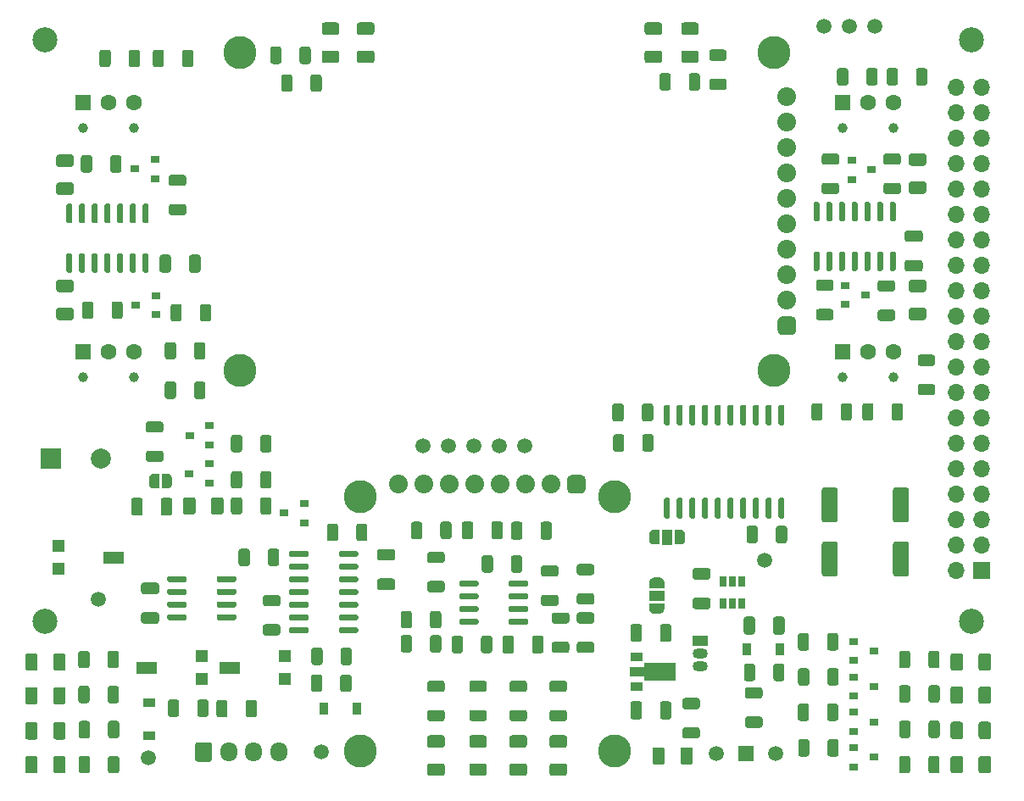
<source format=gts>
%TF.GenerationSoftware,KiCad,Pcbnew,5.99.0+really5.1.12+dfsg1-1*%
%TF.CreationDate,2022-01-12T10:46:10+01:00*%
%TF.ProjectId,ba-imu,62612d69-6d75-42e6-9b69-6361645f7063,v01*%
%TF.SameCoordinates,Original*%
%TF.FileFunction,Soldermask,Top*%
%TF.FilePolarity,Negative*%
%FSLAX46Y46*%
G04 Gerber Fmt 4.6, Leading zero omitted, Abs format (unit mm)*
G04 Created by KiCad (PCBNEW 5.99.0+really5.1.12+dfsg1-1) date 2022-01-12 10:46:10*
%MOMM*%
%LPD*%
G01*
G04 APERTURE LIST*
%ADD10C,1.500000*%
%ADD11C,0.150000*%
%ADD12R,1.300000X0.900000*%
%ADD13R,1.500000X1.050000*%
%ADD14O,1.500000X1.050000*%
%ADD15R,1.500000X1.000000*%
%ADD16C,2.000000*%
%ADD17R,2.000000X2.000000*%
%ADD18C,3.300000*%
%ADD19C,1.870000*%
%ADD20C,2.500000*%
%ADD21R,0.900000X1.200000*%
%ADD22R,1.200000X0.900000*%
%ADD23R,0.650000X1.060000*%
%ADD24C,1.000000*%
%ADD25R,1.600000X1.600000*%
%ADD26C,1.600000*%
%ADD27O,1.700000X1.950000*%
%ADD28R,0.900000X0.800000*%
%ADD29R,1.300000X1.300000*%
%ADD30R,2.000000X1.300000*%
%ADD31R,1.500000X1.500000*%
%ADD32R,1.000000X1.500000*%
%ADD33O,1.700000X1.700000*%
%ADD34R,1.700000X1.700000*%
G04 APERTURE END LIST*
D10*
X141503400Y-94234000D03*
D11*
G36*
X166734520Y-117691260D02*
G01*
X163609520Y-117691260D01*
X163609520Y-117274760D01*
X162134520Y-117274760D01*
X162134520Y-116374760D01*
X163609520Y-116374760D01*
X163609520Y-115958260D01*
X166734520Y-115958260D01*
X166734520Y-117691260D01*
G37*
D12*
X162784520Y-118324760D03*
X162784520Y-115324760D03*
D13*
X169143680Y-113766600D03*
D14*
X169143680Y-116306600D03*
X169143680Y-115036600D03*
G36*
G01*
X167639838Y-122372960D02*
X168889842Y-122372960D01*
G75*
G02*
X169139840Y-122622958I0J-249998D01*
G01*
X169139840Y-123247962D01*
G75*
G02*
X168889842Y-123497960I-249998J0D01*
G01*
X167639838Y-123497960D01*
G75*
G02*
X167389840Y-123247962I0J249998D01*
G01*
X167389840Y-122622958D01*
G75*
G02*
X167639838Y-122372960I249998J0D01*
G01*
G37*
G36*
G01*
X167639838Y-119447960D02*
X168889842Y-119447960D01*
G75*
G02*
X169139840Y-119697958I0J-249998D01*
G01*
X169139840Y-120322962D01*
G75*
G02*
X168889842Y-120572960I-249998J0D01*
G01*
X167639838Y-120572960D01*
G75*
G02*
X167389840Y-120322962I0J249998D01*
G01*
X167389840Y-119697958D01*
G75*
G02*
X167639838Y-119447960I249998J0D01*
G01*
G37*
D15*
X164835840Y-109225080D03*
D11*
G36*
X165585238Y-110525080D02*
G01*
X165585238Y-110549614D01*
X165580428Y-110598445D01*
X165570856Y-110646570D01*
X165556612Y-110693525D01*
X165537835Y-110738858D01*
X165514704Y-110782131D01*
X165487444Y-110822930D01*
X165456316Y-110860859D01*
X165421619Y-110895556D01*
X165383690Y-110926684D01*
X165342891Y-110953944D01*
X165299618Y-110977075D01*
X165254285Y-110995852D01*
X165207330Y-111010096D01*
X165159205Y-111019668D01*
X165110374Y-111024478D01*
X165085840Y-111024478D01*
X165085840Y-111025080D01*
X164585840Y-111025080D01*
X164585840Y-111024478D01*
X164561306Y-111024478D01*
X164512475Y-111019668D01*
X164464350Y-111010096D01*
X164417395Y-110995852D01*
X164372062Y-110977075D01*
X164328789Y-110953944D01*
X164287990Y-110926684D01*
X164250061Y-110895556D01*
X164215364Y-110860859D01*
X164184236Y-110822930D01*
X164156976Y-110782131D01*
X164133845Y-110738858D01*
X164115068Y-110693525D01*
X164100824Y-110646570D01*
X164091252Y-110598445D01*
X164086442Y-110549614D01*
X164086442Y-110525080D01*
X164085840Y-110525080D01*
X164085840Y-109975080D01*
X165585840Y-109975080D01*
X165585840Y-110525080D01*
X165585238Y-110525080D01*
G37*
G36*
X164085840Y-108475080D02*
G01*
X164085840Y-107925080D01*
X164086442Y-107925080D01*
X164086442Y-107900546D01*
X164091252Y-107851715D01*
X164100824Y-107803590D01*
X164115068Y-107756635D01*
X164133845Y-107711302D01*
X164156976Y-107668029D01*
X164184236Y-107627230D01*
X164215364Y-107589301D01*
X164250061Y-107554604D01*
X164287990Y-107523476D01*
X164328789Y-107496216D01*
X164372062Y-107473085D01*
X164417395Y-107454308D01*
X164464350Y-107440064D01*
X164512475Y-107430492D01*
X164561306Y-107425682D01*
X164585840Y-107425682D01*
X164585840Y-107425080D01*
X165085840Y-107425080D01*
X165085840Y-107425682D01*
X165110374Y-107425682D01*
X165159205Y-107430492D01*
X165207330Y-107440064D01*
X165254285Y-107454308D01*
X165299618Y-107473085D01*
X165342891Y-107496216D01*
X165383690Y-107523476D01*
X165421619Y-107554604D01*
X165456316Y-107589301D01*
X165487444Y-107627230D01*
X165514704Y-107668029D01*
X165537835Y-107711302D01*
X165556612Y-107756635D01*
X165570856Y-107803590D01*
X165580428Y-107851715D01*
X165585238Y-107900546D01*
X165585238Y-107925080D01*
X165585840Y-107925080D01*
X165585840Y-108475080D01*
X164085840Y-108475080D01*
G37*
G36*
G01*
X167195800Y-125867320D02*
X167195800Y-124617320D01*
G75*
G02*
X167445800Y-124367320I250000J0D01*
G01*
X168195800Y-124367320D01*
G75*
G02*
X168445800Y-124617320I0J-250000D01*
G01*
X168445800Y-125867320D01*
G75*
G02*
X168195800Y-126117320I-250000J0D01*
G01*
X167445800Y-126117320D01*
G75*
G02*
X167195800Y-125867320I0J250000D01*
G01*
G37*
G36*
G01*
X164395800Y-125867320D02*
X164395800Y-124617320D01*
G75*
G02*
X164645800Y-124367320I250000J0D01*
G01*
X165395800Y-124367320D01*
G75*
G02*
X165645800Y-124617320I0J-250000D01*
G01*
X165645800Y-125867320D01*
G75*
G02*
X165395800Y-126117320I-250000J0D01*
G01*
X164645800Y-126117320D01*
G75*
G02*
X164395800Y-125867320I0J250000D01*
G01*
G37*
G36*
G01*
X165156720Y-113613961D02*
X165156720Y-112313959D01*
G75*
G02*
X165406719Y-112063960I249999J0D01*
G01*
X166056721Y-112063960D01*
G75*
G02*
X166306720Y-112313959I0J-249999D01*
G01*
X166306720Y-113613961D01*
G75*
G02*
X166056721Y-113863960I-249999J0D01*
G01*
X165406719Y-113863960D01*
G75*
G02*
X165156720Y-113613961I0J249999D01*
G01*
G37*
G36*
G01*
X162206720Y-113613961D02*
X162206720Y-112313959D01*
G75*
G02*
X162456719Y-112063960I249999J0D01*
G01*
X163106721Y-112063960D01*
G75*
G02*
X163356720Y-112313959I0J-249999D01*
G01*
X163356720Y-113613961D01*
G75*
G02*
X163106721Y-113863960I-249999J0D01*
G01*
X162456719Y-113863960D01*
G75*
G02*
X162206720Y-113613961I0J249999D01*
G01*
G37*
G36*
G01*
X163356720Y-120035559D02*
X163356720Y-121335561D01*
G75*
G02*
X163106721Y-121585560I-249999J0D01*
G01*
X162456719Y-121585560D01*
G75*
G02*
X162206720Y-121335561I0J249999D01*
G01*
X162206720Y-120035559D01*
G75*
G02*
X162456719Y-119785560I249999J0D01*
G01*
X163106721Y-119785560D01*
G75*
G02*
X163356720Y-120035559I0J-249999D01*
G01*
G37*
G36*
G01*
X166306720Y-120035559D02*
X166306720Y-121335561D01*
G75*
G02*
X166056721Y-121585560I-249999J0D01*
G01*
X165406719Y-121585560D01*
G75*
G02*
X165156720Y-121335561I0J249999D01*
G01*
X165156720Y-120035559D01*
G75*
G02*
X165406719Y-119785560I249999J0D01*
G01*
X166056721Y-119785560D01*
G75*
G02*
X166306720Y-120035559I0J-249999D01*
G01*
G37*
D16*
X109343200Y-95554800D03*
D17*
X104343200Y-95554800D03*
D18*
X160619440Y-124777500D03*
X135219440Y-124777500D03*
X135219440Y-99377500D03*
X160619440Y-99377500D03*
D19*
X139029440Y-98107500D03*
X141569440Y-98107500D03*
X144109440Y-98107500D03*
X146649440Y-98107500D03*
X149189440Y-98107500D03*
X151729440Y-98107500D03*
X154269440Y-98107500D03*
G36*
G01*
X157744440Y-97640000D02*
X157744440Y-98575000D01*
G75*
G02*
X157276940Y-99042500I-467500J0D01*
G01*
X156341940Y-99042500D01*
G75*
G02*
X155874440Y-98575000I0J467500D01*
G01*
X155874440Y-97640000D01*
G75*
G02*
X156341940Y-97172500I467500J0D01*
G01*
X157276940Y-97172500D01*
G75*
G02*
X157744440Y-97640000I0J-467500D01*
G01*
G37*
D20*
X196250000Y-53750000D03*
X196250000Y-111750000D03*
X103750000Y-111750000D03*
X103750000Y-53750000D03*
D21*
X134923800Y-120497600D03*
X131623800Y-120497600D03*
D22*
X114122200Y-123239800D03*
X114122200Y-119939800D03*
D21*
X177169080Y-114554000D03*
X173869080Y-114554000D03*
G36*
G01*
X174659720Y-111572279D02*
X174659720Y-112872281D01*
G75*
G02*
X174409721Y-113122280I-249999J0D01*
G01*
X173759719Y-113122280D01*
G75*
G02*
X173509720Y-112872281I0J249999D01*
G01*
X173509720Y-111572279D01*
G75*
G02*
X173759719Y-111322280I249999J0D01*
G01*
X174409721Y-111322280D01*
G75*
G02*
X174659720Y-111572279I0J-249999D01*
G01*
G37*
G36*
G01*
X177609720Y-111572279D02*
X177609720Y-112872281D01*
G75*
G02*
X177359721Y-113122280I-249999J0D01*
G01*
X176709719Y-113122280D01*
G75*
G02*
X176459720Y-112872281I0J249999D01*
G01*
X176459720Y-111572279D01*
G75*
G02*
X176709719Y-111322280I249999J0D01*
G01*
X177359721Y-111322280D01*
G75*
G02*
X177609720Y-111572279I0J-249999D01*
G01*
G37*
G36*
G01*
X150039200Y-108176200D02*
X150039200Y-107876200D01*
G75*
G02*
X150189200Y-107726200I150000J0D01*
G01*
X151839200Y-107726200D01*
G75*
G02*
X151989200Y-107876200I0J-150000D01*
G01*
X151989200Y-108176200D01*
G75*
G02*
X151839200Y-108326200I-150000J0D01*
G01*
X150189200Y-108326200D01*
G75*
G02*
X150039200Y-108176200I0J150000D01*
G01*
G37*
G36*
G01*
X150039200Y-109446200D02*
X150039200Y-109146200D01*
G75*
G02*
X150189200Y-108996200I150000J0D01*
G01*
X151839200Y-108996200D01*
G75*
G02*
X151989200Y-109146200I0J-150000D01*
G01*
X151989200Y-109446200D01*
G75*
G02*
X151839200Y-109596200I-150000J0D01*
G01*
X150189200Y-109596200D01*
G75*
G02*
X150039200Y-109446200I0J150000D01*
G01*
G37*
G36*
G01*
X150039200Y-110716200D02*
X150039200Y-110416200D01*
G75*
G02*
X150189200Y-110266200I150000J0D01*
G01*
X151839200Y-110266200D01*
G75*
G02*
X151989200Y-110416200I0J-150000D01*
G01*
X151989200Y-110716200D01*
G75*
G02*
X151839200Y-110866200I-150000J0D01*
G01*
X150189200Y-110866200D01*
G75*
G02*
X150039200Y-110716200I0J150000D01*
G01*
G37*
G36*
G01*
X150039200Y-111986200D02*
X150039200Y-111686200D01*
G75*
G02*
X150189200Y-111536200I150000J0D01*
G01*
X151839200Y-111536200D01*
G75*
G02*
X151989200Y-111686200I0J-150000D01*
G01*
X151989200Y-111986200D01*
G75*
G02*
X151839200Y-112136200I-150000J0D01*
G01*
X150189200Y-112136200D01*
G75*
G02*
X150039200Y-111986200I0J150000D01*
G01*
G37*
G36*
G01*
X145089200Y-111986200D02*
X145089200Y-111686200D01*
G75*
G02*
X145239200Y-111536200I150000J0D01*
G01*
X146889200Y-111536200D01*
G75*
G02*
X147039200Y-111686200I0J-150000D01*
G01*
X147039200Y-111986200D01*
G75*
G02*
X146889200Y-112136200I-150000J0D01*
G01*
X145239200Y-112136200D01*
G75*
G02*
X145089200Y-111986200I0J150000D01*
G01*
G37*
G36*
G01*
X145089200Y-110716200D02*
X145089200Y-110416200D01*
G75*
G02*
X145239200Y-110266200I150000J0D01*
G01*
X146889200Y-110266200D01*
G75*
G02*
X147039200Y-110416200I0J-150000D01*
G01*
X147039200Y-110716200D01*
G75*
G02*
X146889200Y-110866200I-150000J0D01*
G01*
X145239200Y-110866200D01*
G75*
G02*
X145089200Y-110716200I0J150000D01*
G01*
G37*
G36*
G01*
X145089200Y-109446200D02*
X145089200Y-109146200D01*
G75*
G02*
X145239200Y-108996200I150000J0D01*
G01*
X146889200Y-108996200D01*
G75*
G02*
X147039200Y-109146200I0J-150000D01*
G01*
X147039200Y-109446200D01*
G75*
G02*
X146889200Y-109596200I-150000J0D01*
G01*
X145239200Y-109596200D01*
G75*
G02*
X145089200Y-109446200I0J150000D01*
G01*
G37*
G36*
G01*
X145089200Y-108176200D02*
X145089200Y-107876200D01*
G75*
G02*
X145239200Y-107726200I150000J0D01*
G01*
X146889200Y-107726200D01*
G75*
G02*
X147039200Y-107876200I0J-150000D01*
G01*
X147039200Y-108176200D01*
G75*
G02*
X146889200Y-108326200I-150000J0D01*
G01*
X145239200Y-108326200D01*
G75*
G02*
X145089200Y-108176200I0J150000D01*
G01*
G37*
G36*
G01*
X133072000Y-105204400D02*
X133072000Y-104904400D01*
G75*
G02*
X133222000Y-104754400I150000J0D01*
G01*
X134872000Y-104754400D01*
G75*
G02*
X135022000Y-104904400I0J-150000D01*
G01*
X135022000Y-105204400D01*
G75*
G02*
X134872000Y-105354400I-150000J0D01*
G01*
X133222000Y-105354400D01*
G75*
G02*
X133072000Y-105204400I0J150000D01*
G01*
G37*
G36*
G01*
X133072000Y-106474400D02*
X133072000Y-106174400D01*
G75*
G02*
X133222000Y-106024400I150000J0D01*
G01*
X134872000Y-106024400D01*
G75*
G02*
X135022000Y-106174400I0J-150000D01*
G01*
X135022000Y-106474400D01*
G75*
G02*
X134872000Y-106624400I-150000J0D01*
G01*
X133222000Y-106624400D01*
G75*
G02*
X133072000Y-106474400I0J150000D01*
G01*
G37*
G36*
G01*
X133072000Y-107744400D02*
X133072000Y-107444400D01*
G75*
G02*
X133222000Y-107294400I150000J0D01*
G01*
X134872000Y-107294400D01*
G75*
G02*
X135022000Y-107444400I0J-150000D01*
G01*
X135022000Y-107744400D01*
G75*
G02*
X134872000Y-107894400I-150000J0D01*
G01*
X133222000Y-107894400D01*
G75*
G02*
X133072000Y-107744400I0J150000D01*
G01*
G37*
G36*
G01*
X133072000Y-109014400D02*
X133072000Y-108714400D01*
G75*
G02*
X133222000Y-108564400I150000J0D01*
G01*
X134872000Y-108564400D01*
G75*
G02*
X135022000Y-108714400I0J-150000D01*
G01*
X135022000Y-109014400D01*
G75*
G02*
X134872000Y-109164400I-150000J0D01*
G01*
X133222000Y-109164400D01*
G75*
G02*
X133072000Y-109014400I0J150000D01*
G01*
G37*
G36*
G01*
X133072000Y-110284400D02*
X133072000Y-109984400D01*
G75*
G02*
X133222000Y-109834400I150000J0D01*
G01*
X134872000Y-109834400D01*
G75*
G02*
X135022000Y-109984400I0J-150000D01*
G01*
X135022000Y-110284400D01*
G75*
G02*
X134872000Y-110434400I-150000J0D01*
G01*
X133222000Y-110434400D01*
G75*
G02*
X133072000Y-110284400I0J150000D01*
G01*
G37*
G36*
G01*
X133072000Y-111554400D02*
X133072000Y-111254400D01*
G75*
G02*
X133222000Y-111104400I150000J0D01*
G01*
X134872000Y-111104400D01*
G75*
G02*
X135022000Y-111254400I0J-150000D01*
G01*
X135022000Y-111554400D01*
G75*
G02*
X134872000Y-111704400I-150000J0D01*
G01*
X133222000Y-111704400D01*
G75*
G02*
X133072000Y-111554400I0J150000D01*
G01*
G37*
G36*
G01*
X133072000Y-112824400D02*
X133072000Y-112524400D01*
G75*
G02*
X133222000Y-112374400I150000J0D01*
G01*
X134872000Y-112374400D01*
G75*
G02*
X135022000Y-112524400I0J-150000D01*
G01*
X135022000Y-112824400D01*
G75*
G02*
X134872000Y-112974400I-150000J0D01*
G01*
X133222000Y-112974400D01*
G75*
G02*
X133072000Y-112824400I0J150000D01*
G01*
G37*
G36*
G01*
X128122000Y-112824400D02*
X128122000Y-112524400D01*
G75*
G02*
X128272000Y-112374400I150000J0D01*
G01*
X129922000Y-112374400D01*
G75*
G02*
X130072000Y-112524400I0J-150000D01*
G01*
X130072000Y-112824400D01*
G75*
G02*
X129922000Y-112974400I-150000J0D01*
G01*
X128272000Y-112974400D01*
G75*
G02*
X128122000Y-112824400I0J150000D01*
G01*
G37*
G36*
G01*
X128122000Y-111554400D02*
X128122000Y-111254400D01*
G75*
G02*
X128272000Y-111104400I150000J0D01*
G01*
X129922000Y-111104400D01*
G75*
G02*
X130072000Y-111254400I0J-150000D01*
G01*
X130072000Y-111554400D01*
G75*
G02*
X129922000Y-111704400I-150000J0D01*
G01*
X128272000Y-111704400D01*
G75*
G02*
X128122000Y-111554400I0J150000D01*
G01*
G37*
G36*
G01*
X128122000Y-110284400D02*
X128122000Y-109984400D01*
G75*
G02*
X128272000Y-109834400I150000J0D01*
G01*
X129922000Y-109834400D01*
G75*
G02*
X130072000Y-109984400I0J-150000D01*
G01*
X130072000Y-110284400D01*
G75*
G02*
X129922000Y-110434400I-150000J0D01*
G01*
X128272000Y-110434400D01*
G75*
G02*
X128122000Y-110284400I0J150000D01*
G01*
G37*
G36*
G01*
X128122000Y-109014400D02*
X128122000Y-108714400D01*
G75*
G02*
X128272000Y-108564400I150000J0D01*
G01*
X129922000Y-108564400D01*
G75*
G02*
X130072000Y-108714400I0J-150000D01*
G01*
X130072000Y-109014400D01*
G75*
G02*
X129922000Y-109164400I-150000J0D01*
G01*
X128272000Y-109164400D01*
G75*
G02*
X128122000Y-109014400I0J150000D01*
G01*
G37*
G36*
G01*
X128122000Y-107744400D02*
X128122000Y-107444400D01*
G75*
G02*
X128272000Y-107294400I150000J0D01*
G01*
X129922000Y-107294400D01*
G75*
G02*
X130072000Y-107444400I0J-150000D01*
G01*
X130072000Y-107744400D01*
G75*
G02*
X129922000Y-107894400I-150000J0D01*
G01*
X128272000Y-107894400D01*
G75*
G02*
X128122000Y-107744400I0J150000D01*
G01*
G37*
G36*
G01*
X128122000Y-106474400D02*
X128122000Y-106174400D01*
G75*
G02*
X128272000Y-106024400I150000J0D01*
G01*
X129922000Y-106024400D01*
G75*
G02*
X130072000Y-106174400I0J-150000D01*
G01*
X130072000Y-106474400D01*
G75*
G02*
X129922000Y-106624400I-150000J0D01*
G01*
X128272000Y-106624400D01*
G75*
G02*
X128122000Y-106474400I0J150000D01*
G01*
G37*
G36*
G01*
X128122000Y-105204400D02*
X128122000Y-104904400D01*
G75*
G02*
X128272000Y-104754400I150000J0D01*
G01*
X129922000Y-104754400D01*
G75*
G02*
X130072000Y-104904400I0J-150000D01*
G01*
X130072000Y-105204400D01*
G75*
G02*
X129922000Y-105354400I-150000J0D01*
G01*
X128272000Y-105354400D01*
G75*
G02*
X128122000Y-105204400I0J150000D01*
G01*
G37*
G36*
G01*
X155844403Y-112028400D02*
X154594397Y-112028400D01*
G75*
G02*
X154344400Y-111778403I0J249997D01*
G01*
X154344400Y-111153397D01*
G75*
G02*
X154594397Y-110903400I249997J0D01*
G01*
X155844403Y-110903400D01*
G75*
G02*
X156094400Y-111153397I0J-249997D01*
G01*
X156094400Y-111778403D01*
G75*
G02*
X155844403Y-112028400I-249997J0D01*
G01*
G37*
G36*
G01*
X155844403Y-114953400D02*
X154594397Y-114953400D01*
G75*
G02*
X154344400Y-114703403I0J249997D01*
G01*
X154344400Y-114078397D01*
G75*
G02*
X154594397Y-113828400I249997J0D01*
G01*
X155844403Y-113828400D01*
G75*
G02*
X156094400Y-114078397I0J-249997D01*
G01*
X156094400Y-114703403D01*
G75*
G02*
X155844403Y-114953400I-249997J0D01*
G01*
G37*
G36*
G01*
X148477400Y-105445397D02*
X148477400Y-106695403D01*
G75*
G02*
X148227403Y-106945400I-249997J0D01*
G01*
X147602397Y-106945400D01*
G75*
G02*
X147352400Y-106695403I0J249997D01*
G01*
X147352400Y-105445397D01*
G75*
G02*
X147602397Y-105195400I249997J0D01*
G01*
X148227403Y-105195400D01*
G75*
G02*
X148477400Y-105445397I0J-249997D01*
G01*
G37*
G36*
G01*
X151402400Y-105445397D02*
X151402400Y-106695403D01*
G75*
G02*
X151152403Y-106945400I-249997J0D01*
G01*
X150527397Y-106945400D01*
G75*
G02*
X150277400Y-106695403I0J249997D01*
G01*
X150277400Y-105445397D01*
G75*
G02*
X150527397Y-105195400I249997J0D01*
G01*
X151152403Y-105195400D01*
G75*
G02*
X151402400Y-105445397I0J-249997D01*
G01*
G37*
D23*
X172394880Y-107835520D03*
X171444880Y-107835520D03*
X173344880Y-107835520D03*
X173344880Y-110035520D03*
X172394880Y-110035520D03*
X171444880Y-110035520D03*
D10*
X175585120Y-105709720D03*
G36*
G01*
X133259400Y-115915603D02*
X133259400Y-114665597D01*
G75*
G02*
X133509397Y-114415600I249997J0D01*
G01*
X134134403Y-114415600D01*
G75*
G02*
X134384400Y-114665597I0J-249997D01*
G01*
X134384400Y-115915603D01*
G75*
G02*
X134134403Y-116165600I-249997J0D01*
G01*
X133509397Y-116165600D01*
G75*
G02*
X133259400Y-115915603I0J249997D01*
G01*
G37*
G36*
G01*
X130334400Y-115915603D02*
X130334400Y-114665597D01*
G75*
G02*
X130584397Y-114415600I249997J0D01*
G01*
X131209403Y-114415600D01*
G75*
G02*
X131459400Y-114665597I0J-249997D01*
G01*
X131459400Y-115915603D01*
G75*
G02*
X131209403Y-116165600I-249997J0D01*
G01*
X130584397Y-116165600D01*
G75*
G02*
X130334400Y-115915603I0J249997D01*
G01*
G37*
G36*
G01*
X131423300Y-117357997D02*
X131423300Y-118608003D01*
G75*
G02*
X131173303Y-118858000I-249997J0D01*
G01*
X130548297Y-118858000D01*
G75*
G02*
X130298300Y-118608003I0J249997D01*
G01*
X130298300Y-117357997D01*
G75*
G02*
X130548297Y-117108000I249997J0D01*
G01*
X131173303Y-117108000D01*
G75*
G02*
X131423300Y-117357997I0J-249997D01*
G01*
G37*
G36*
G01*
X134348300Y-117357997D02*
X134348300Y-118608003D01*
G75*
G02*
X134098303Y-118858000I-249997J0D01*
G01*
X133473297Y-118858000D01*
G75*
G02*
X133223300Y-118608003I0J249997D01*
G01*
X133223300Y-117357997D01*
G75*
G02*
X133473297Y-117108000I249997J0D01*
G01*
X134098303Y-117108000D01*
G75*
G02*
X134348300Y-117357997I0J-249997D01*
G01*
G37*
D24*
X112585500Y-87376000D03*
X107505500Y-87376000D03*
D25*
X107505500Y-84836000D03*
D26*
X110045500Y-84836000D03*
X112585500Y-84836000D03*
X188468000Y-60000000D03*
X185928000Y-60000000D03*
D25*
X183388000Y-60000000D03*
D24*
X183388000Y-62540000D03*
X188468000Y-62540000D03*
D26*
X112585500Y-60000000D03*
X110045500Y-60000000D03*
D25*
X107505500Y-60000000D03*
D24*
X107505500Y-62540000D03*
X112585500Y-62540000D03*
X188468000Y-87376000D03*
X183388000Y-87376000D03*
D25*
X183388000Y-84836000D03*
D26*
X185928000Y-84836000D03*
X188468000Y-84836000D03*
G36*
G01*
X142161097Y-107770500D02*
X143411103Y-107770500D01*
G75*
G02*
X143661100Y-108020497I0J-249997D01*
G01*
X143661100Y-108645503D01*
G75*
G02*
X143411103Y-108895500I-249997J0D01*
G01*
X142161097Y-108895500D01*
G75*
G02*
X141911100Y-108645503I0J249997D01*
G01*
X141911100Y-108020497D01*
G75*
G02*
X142161097Y-107770500I249997J0D01*
G01*
G37*
G36*
G01*
X142161097Y-104845500D02*
X143411103Y-104845500D01*
G75*
G02*
X143661100Y-105095497I0J-249997D01*
G01*
X143661100Y-105720503D01*
G75*
G02*
X143411103Y-105970500I-249997J0D01*
G01*
X142161097Y-105970500D01*
G75*
G02*
X141911100Y-105720503I0J249997D01*
G01*
X141911100Y-105095497D01*
G75*
G02*
X142161097Y-104845500I249997J0D01*
G01*
G37*
D27*
X127070500Y-124841000D03*
X124570500Y-124841000D03*
X122070500Y-124841000D03*
G36*
G01*
X118720500Y-125566000D02*
X118720500Y-124116000D01*
G75*
G02*
X118970500Y-123866000I250000J0D01*
G01*
X120170500Y-123866000D01*
G75*
G02*
X120420500Y-124116000I0J-250000D01*
G01*
X120420500Y-125566000D01*
G75*
G02*
X120170500Y-125816000I-250000J0D01*
G01*
X118970500Y-125816000D01*
G75*
G02*
X118720500Y-125566000I0J250000D01*
G01*
G37*
G36*
G01*
X117880000Y-111229000D02*
X117880000Y-111529000D01*
G75*
G02*
X117730000Y-111679000I-150000J0D01*
G01*
X116080000Y-111679000D01*
G75*
G02*
X115930000Y-111529000I0J150000D01*
G01*
X115930000Y-111229000D01*
G75*
G02*
X116080000Y-111079000I150000J0D01*
G01*
X117730000Y-111079000D01*
G75*
G02*
X117880000Y-111229000I0J-150000D01*
G01*
G37*
G36*
G01*
X117880000Y-109959000D02*
X117880000Y-110259000D01*
G75*
G02*
X117730000Y-110409000I-150000J0D01*
G01*
X116080000Y-110409000D01*
G75*
G02*
X115930000Y-110259000I0J150000D01*
G01*
X115930000Y-109959000D01*
G75*
G02*
X116080000Y-109809000I150000J0D01*
G01*
X117730000Y-109809000D01*
G75*
G02*
X117880000Y-109959000I0J-150000D01*
G01*
G37*
G36*
G01*
X117880000Y-108689000D02*
X117880000Y-108989000D01*
G75*
G02*
X117730000Y-109139000I-150000J0D01*
G01*
X116080000Y-109139000D01*
G75*
G02*
X115930000Y-108989000I0J150000D01*
G01*
X115930000Y-108689000D01*
G75*
G02*
X116080000Y-108539000I150000J0D01*
G01*
X117730000Y-108539000D01*
G75*
G02*
X117880000Y-108689000I0J-150000D01*
G01*
G37*
G36*
G01*
X117880000Y-107419000D02*
X117880000Y-107719000D01*
G75*
G02*
X117730000Y-107869000I-150000J0D01*
G01*
X116080000Y-107869000D01*
G75*
G02*
X115930000Y-107719000I0J150000D01*
G01*
X115930000Y-107419000D01*
G75*
G02*
X116080000Y-107269000I150000J0D01*
G01*
X117730000Y-107269000D01*
G75*
G02*
X117880000Y-107419000I0J-150000D01*
G01*
G37*
G36*
G01*
X122830000Y-107419000D02*
X122830000Y-107719000D01*
G75*
G02*
X122680000Y-107869000I-150000J0D01*
G01*
X121030000Y-107869000D01*
G75*
G02*
X120880000Y-107719000I0J150000D01*
G01*
X120880000Y-107419000D01*
G75*
G02*
X121030000Y-107269000I150000J0D01*
G01*
X122680000Y-107269000D01*
G75*
G02*
X122830000Y-107419000I0J-150000D01*
G01*
G37*
G36*
G01*
X122830000Y-108689000D02*
X122830000Y-108989000D01*
G75*
G02*
X122680000Y-109139000I-150000J0D01*
G01*
X121030000Y-109139000D01*
G75*
G02*
X120880000Y-108989000I0J150000D01*
G01*
X120880000Y-108689000D01*
G75*
G02*
X121030000Y-108539000I150000J0D01*
G01*
X122680000Y-108539000D01*
G75*
G02*
X122830000Y-108689000I0J-150000D01*
G01*
G37*
G36*
G01*
X122830000Y-109959000D02*
X122830000Y-110259000D01*
G75*
G02*
X122680000Y-110409000I-150000J0D01*
G01*
X121030000Y-110409000D01*
G75*
G02*
X120880000Y-110259000I0J150000D01*
G01*
X120880000Y-109959000D01*
G75*
G02*
X121030000Y-109809000I150000J0D01*
G01*
X122680000Y-109809000D01*
G75*
G02*
X122830000Y-109959000I0J-150000D01*
G01*
G37*
G36*
G01*
X122830000Y-111229000D02*
X122830000Y-111529000D01*
G75*
G02*
X122680000Y-111679000I-150000J0D01*
G01*
X121030000Y-111679000D01*
G75*
G02*
X120880000Y-111529000I0J150000D01*
G01*
X120880000Y-111229000D01*
G75*
G02*
X121030000Y-111079000I150000J0D01*
G01*
X122680000Y-111079000D01*
G75*
G02*
X122830000Y-111229000I0J-150000D01*
G01*
G37*
G36*
G01*
X113586499Y-110882000D02*
X114886501Y-110882000D01*
G75*
G02*
X115136500Y-111131999I0J-249999D01*
G01*
X115136500Y-111782001D01*
G75*
G02*
X114886501Y-112032000I-249999J0D01*
G01*
X113586499Y-112032000D01*
G75*
G02*
X113336500Y-111782001I0J249999D01*
G01*
X113336500Y-111131999D01*
G75*
G02*
X113586499Y-110882000I249999J0D01*
G01*
G37*
G36*
G01*
X113586499Y-107932000D02*
X114886501Y-107932000D01*
G75*
G02*
X115136500Y-108181999I0J-249999D01*
G01*
X115136500Y-108832001D01*
G75*
G02*
X114886501Y-109082000I-249999J0D01*
G01*
X113586499Y-109082000D01*
G75*
G02*
X113336500Y-108832001I0J249999D01*
G01*
X113336500Y-108181999D01*
G75*
G02*
X113586499Y-107932000I249999J0D01*
G01*
G37*
D18*
X123218100Y-54973220D03*
X123218100Y-86723220D03*
X176558100Y-54973220D03*
X176558100Y-86723220D03*
D19*
X177838100Y-59418220D03*
X177838100Y-61958220D03*
X177838100Y-64498220D03*
X177838100Y-67038220D03*
X177838100Y-69578220D03*
X177838100Y-72118220D03*
X177838100Y-74658220D03*
X177838100Y-77198220D03*
X177838100Y-79738220D03*
G36*
G01*
X178305600Y-83213220D02*
X177370600Y-83213220D01*
G75*
G02*
X176903100Y-82745720I0J467500D01*
G01*
X176903100Y-81810720D01*
G75*
G02*
X177370600Y-81343220I467500J0D01*
G01*
X178305600Y-81343220D01*
G75*
G02*
X178773100Y-81810720I0J-467500D01*
G01*
X178773100Y-82745720D01*
G75*
G02*
X178305600Y-83213220I-467500J0D01*
G01*
G37*
G36*
G01*
X161596500Y-93354997D02*
X161596500Y-94605003D01*
G75*
G02*
X161346503Y-94855000I-249997J0D01*
G01*
X160721497Y-94855000D01*
G75*
G02*
X160471500Y-94605003I0J249997D01*
G01*
X160471500Y-93354997D01*
G75*
G02*
X160721497Y-93105000I249997J0D01*
G01*
X161346503Y-93105000D01*
G75*
G02*
X161596500Y-93354997I0J-249997D01*
G01*
G37*
G36*
G01*
X164521500Y-93354997D02*
X164521500Y-94605003D01*
G75*
G02*
X164271503Y-94855000I-249997J0D01*
G01*
X163646497Y-94855000D01*
G75*
G02*
X163396500Y-94605003I0J249997D01*
G01*
X163396500Y-93354997D01*
G75*
G02*
X163646497Y-93105000I249997J0D01*
G01*
X164271503Y-93105000D01*
G75*
G02*
X164521500Y-93354997I0J-249997D01*
G01*
G37*
G36*
G01*
X151617003Y-118850000D02*
X150366997Y-118850000D01*
G75*
G02*
X150117000Y-118600003I0J249997D01*
G01*
X150117000Y-117974997D01*
G75*
G02*
X150366997Y-117725000I249997J0D01*
G01*
X151617003Y-117725000D01*
G75*
G02*
X151867000Y-117974997I0J-249997D01*
G01*
X151867000Y-118600003D01*
G75*
G02*
X151617003Y-118850000I-249997J0D01*
G01*
G37*
G36*
G01*
X151617003Y-121775000D02*
X150366997Y-121775000D01*
G75*
G02*
X150117000Y-121525003I0J249997D01*
G01*
X150117000Y-120899997D01*
G75*
G02*
X150366997Y-120650000I249997J0D01*
G01*
X151617003Y-120650000D01*
G75*
G02*
X151867000Y-120899997I0J-249997D01*
G01*
X151867000Y-121525003D01*
G75*
G02*
X151617003Y-121775000I-249997J0D01*
G01*
G37*
G36*
G01*
X133013880Y-102290717D02*
X133013880Y-103540723D01*
G75*
G02*
X132763883Y-103790720I-249997J0D01*
G01*
X132138877Y-103790720D01*
G75*
G02*
X131888880Y-103540723I0J249997D01*
G01*
X131888880Y-102290717D01*
G75*
G02*
X132138877Y-102040720I249997J0D01*
G01*
X132763883Y-102040720D01*
G75*
G02*
X133013880Y-102290717I0J-249997D01*
G01*
G37*
G36*
G01*
X135938880Y-102290717D02*
X135938880Y-103540723D01*
G75*
G02*
X135688883Y-103790720I-249997J0D01*
G01*
X135063877Y-103790720D01*
G75*
G02*
X134813880Y-103540723I0J249997D01*
G01*
X134813880Y-102290717D01*
G75*
G02*
X135063877Y-102040720I249997J0D01*
G01*
X135688883Y-102040720D01*
G75*
G02*
X135938880Y-102290717I0J-249997D01*
G01*
G37*
G36*
G01*
X188254500Y-74858500D02*
X188554500Y-74858500D01*
G75*
G02*
X188704500Y-75008500I0J-150000D01*
G01*
X188704500Y-76658500D01*
G75*
G02*
X188554500Y-76808500I-150000J0D01*
G01*
X188254500Y-76808500D01*
G75*
G02*
X188104500Y-76658500I0J150000D01*
G01*
X188104500Y-75008500D01*
G75*
G02*
X188254500Y-74858500I150000J0D01*
G01*
G37*
G36*
G01*
X186984500Y-74858500D02*
X187284500Y-74858500D01*
G75*
G02*
X187434500Y-75008500I0J-150000D01*
G01*
X187434500Y-76658500D01*
G75*
G02*
X187284500Y-76808500I-150000J0D01*
G01*
X186984500Y-76808500D01*
G75*
G02*
X186834500Y-76658500I0J150000D01*
G01*
X186834500Y-75008500D01*
G75*
G02*
X186984500Y-74858500I150000J0D01*
G01*
G37*
G36*
G01*
X185714500Y-74858500D02*
X186014500Y-74858500D01*
G75*
G02*
X186164500Y-75008500I0J-150000D01*
G01*
X186164500Y-76658500D01*
G75*
G02*
X186014500Y-76808500I-150000J0D01*
G01*
X185714500Y-76808500D01*
G75*
G02*
X185564500Y-76658500I0J150000D01*
G01*
X185564500Y-75008500D01*
G75*
G02*
X185714500Y-74858500I150000J0D01*
G01*
G37*
G36*
G01*
X184444500Y-74858500D02*
X184744500Y-74858500D01*
G75*
G02*
X184894500Y-75008500I0J-150000D01*
G01*
X184894500Y-76658500D01*
G75*
G02*
X184744500Y-76808500I-150000J0D01*
G01*
X184444500Y-76808500D01*
G75*
G02*
X184294500Y-76658500I0J150000D01*
G01*
X184294500Y-75008500D01*
G75*
G02*
X184444500Y-74858500I150000J0D01*
G01*
G37*
G36*
G01*
X183174500Y-74858500D02*
X183474500Y-74858500D01*
G75*
G02*
X183624500Y-75008500I0J-150000D01*
G01*
X183624500Y-76658500D01*
G75*
G02*
X183474500Y-76808500I-150000J0D01*
G01*
X183174500Y-76808500D01*
G75*
G02*
X183024500Y-76658500I0J150000D01*
G01*
X183024500Y-75008500D01*
G75*
G02*
X183174500Y-74858500I150000J0D01*
G01*
G37*
G36*
G01*
X181904500Y-74858500D02*
X182204500Y-74858500D01*
G75*
G02*
X182354500Y-75008500I0J-150000D01*
G01*
X182354500Y-76658500D01*
G75*
G02*
X182204500Y-76808500I-150000J0D01*
G01*
X181904500Y-76808500D01*
G75*
G02*
X181754500Y-76658500I0J150000D01*
G01*
X181754500Y-75008500D01*
G75*
G02*
X181904500Y-74858500I150000J0D01*
G01*
G37*
G36*
G01*
X180634500Y-74858500D02*
X180934500Y-74858500D01*
G75*
G02*
X181084500Y-75008500I0J-150000D01*
G01*
X181084500Y-76658500D01*
G75*
G02*
X180934500Y-76808500I-150000J0D01*
G01*
X180634500Y-76808500D01*
G75*
G02*
X180484500Y-76658500I0J150000D01*
G01*
X180484500Y-75008500D01*
G75*
G02*
X180634500Y-74858500I150000J0D01*
G01*
G37*
G36*
G01*
X180634500Y-69908500D02*
X180934500Y-69908500D01*
G75*
G02*
X181084500Y-70058500I0J-150000D01*
G01*
X181084500Y-71708500D01*
G75*
G02*
X180934500Y-71858500I-150000J0D01*
G01*
X180634500Y-71858500D01*
G75*
G02*
X180484500Y-71708500I0J150000D01*
G01*
X180484500Y-70058500D01*
G75*
G02*
X180634500Y-69908500I150000J0D01*
G01*
G37*
G36*
G01*
X181904500Y-69908500D02*
X182204500Y-69908500D01*
G75*
G02*
X182354500Y-70058500I0J-150000D01*
G01*
X182354500Y-71708500D01*
G75*
G02*
X182204500Y-71858500I-150000J0D01*
G01*
X181904500Y-71858500D01*
G75*
G02*
X181754500Y-71708500I0J150000D01*
G01*
X181754500Y-70058500D01*
G75*
G02*
X181904500Y-69908500I150000J0D01*
G01*
G37*
G36*
G01*
X183174500Y-69908500D02*
X183474500Y-69908500D01*
G75*
G02*
X183624500Y-70058500I0J-150000D01*
G01*
X183624500Y-71708500D01*
G75*
G02*
X183474500Y-71858500I-150000J0D01*
G01*
X183174500Y-71858500D01*
G75*
G02*
X183024500Y-71708500I0J150000D01*
G01*
X183024500Y-70058500D01*
G75*
G02*
X183174500Y-69908500I150000J0D01*
G01*
G37*
G36*
G01*
X184444500Y-69908500D02*
X184744500Y-69908500D01*
G75*
G02*
X184894500Y-70058500I0J-150000D01*
G01*
X184894500Y-71708500D01*
G75*
G02*
X184744500Y-71858500I-150000J0D01*
G01*
X184444500Y-71858500D01*
G75*
G02*
X184294500Y-71708500I0J150000D01*
G01*
X184294500Y-70058500D01*
G75*
G02*
X184444500Y-69908500I150000J0D01*
G01*
G37*
G36*
G01*
X185714500Y-69908500D02*
X186014500Y-69908500D01*
G75*
G02*
X186164500Y-70058500I0J-150000D01*
G01*
X186164500Y-71708500D01*
G75*
G02*
X186014500Y-71858500I-150000J0D01*
G01*
X185714500Y-71858500D01*
G75*
G02*
X185564500Y-71708500I0J150000D01*
G01*
X185564500Y-70058500D01*
G75*
G02*
X185714500Y-69908500I150000J0D01*
G01*
G37*
G36*
G01*
X186984500Y-69908500D02*
X187284500Y-69908500D01*
G75*
G02*
X187434500Y-70058500I0J-150000D01*
G01*
X187434500Y-71708500D01*
G75*
G02*
X187284500Y-71858500I-150000J0D01*
G01*
X186984500Y-71858500D01*
G75*
G02*
X186834500Y-71708500I0J150000D01*
G01*
X186834500Y-70058500D01*
G75*
G02*
X186984500Y-69908500I150000J0D01*
G01*
G37*
G36*
G01*
X188254500Y-69908500D02*
X188554500Y-69908500D01*
G75*
G02*
X188704500Y-70058500I0J-150000D01*
G01*
X188704500Y-71708500D01*
G75*
G02*
X188554500Y-71858500I-150000J0D01*
G01*
X188254500Y-71858500D01*
G75*
G02*
X188104500Y-71708500I0J150000D01*
G01*
X188104500Y-70058500D01*
G75*
G02*
X188254500Y-69908500I150000J0D01*
G01*
G37*
D28*
X118189500Y-93218000D03*
X120189500Y-92268000D03*
X120189500Y-94168000D03*
G36*
G01*
X151423800Y-102092999D02*
X151423800Y-103393001D01*
G75*
G02*
X151173801Y-103643000I-249999J0D01*
G01*
X150523799Y-103643000D01*
G75*
G02*
X150273800Y-103393001I0J249999D01*
G01*
X150273800Y-102092999D01*
G75*
G02*
X150523799Y-101843000I249999J0D01*
G01*
X151173801Y-101843000D01*
G75*
G02*
X151423800Y-102092999I0J-249999D01*
G01*
G37*
G36*
G01*
X154373800Y-102092999D02*
X154373800Y-103393001D01*
G75*
G02*
X154123801Y-103643000I-249999J0D01*
G01*
X153473799Y-103643000D01*
G75*
G02*
X153223800Y-103393001I0J249999D01*
G01*
X153223800Y-102092999D01*
G75*
G02*
X153473799Y-101843000I249999J0D01*
G01*
X154123801Y-101843000D01*
G75*
G02*
X154373800Y-102092999I0J-249999D01*
G01*
G37*
G36*
G01*
X148308900Y-103354901D02*
X148308900Y-102054899D01*
G75*
G02*
X148558899Y-101804900I249999J0D01*
G01*
X149208901Y-101804900D01*
G75*
G02*
X149458900Y-102054899I0J-249999D01*
G01*
X149458900Y-103354901D01*
G75*
G02*
X149208901Y-103604900I-249999J0D01*
G01*
X148558899Y-103604900D01*
G75*
G02*
X148308900Y-103354901I0J249999D01*
G01*
G37*
G36*
G01*
X145358900Y-103354901D02*
X145358900Y-102054899D01*
G75*
G02*
X145608899Y-101804900I249999J0D01*
G01*
X146258901Y-101804900D01*
G75*
G02*
X146508900Y-102054899I0J-249999D01*
G01*
X146508900Y-103354901D01*
G75*
G02*
X146258901Y-103604900I-249999J0D01*
G01*
X145608899Y-103604900D01*
G75*
G02*
X145358900Y-103354901I0J249999D01*
G01*
G37*
D29*
X105073000Y-104260000D03*
D30*
X110573000Y-105410000D03*
D29*
X105073000Y-106560000D03*
X127648600Y-117558200D03*
D30*
X122148600Y-116408200D03*
D29*
X127648600Y-115258200D03*
X119361400Y-117558200D03*
D30*
X113861400Y-116408200D03*
D29*
X119361400Y-115258200D03*
G36*
G01*
X125233000Y-94668503D02*
X125233000Y-93418497D01*
G75*
G02*
X125482997Y-93168500I249997J0D01*
G01*
X126108003Y-93168500D01*
G75*
G02*
X126358000Y-93418497I0J-249997D01*
G01*
X126358000Y-94668503D01*
G75*
G02*
X126108003Y-94918500I-249997J0D01*
G01*
X125482997Y-94918500D01*
G75*
G02*
X125233000Y-94668503I0J249997D01*
G01*
G37*
G36*
G01*
X122308000Y-94668503D02*
X122308000Y-93418497D01*
G75*
G02*
X122557997Y-93168500I249997J0D01*
G01*
X123183003Y-93168500D01*
G75*
G02*
X123433000Y-93418497I0J-249997D01*
G01*
X123433000Y-94668503D01*
G75*
G02*
X123183003Y-94918500I-249997J0D01*
G01*
X122557997Y-94918500D01*
G75*
G02*
X122308000Y-94668503I0J249997D01*
G01*
G37*
G36*
G01*
X166012000Y-92211000D02*
X165712000Y-92211000D01*
G75*
G02*
X165562000Y-92061000I0J150000D01*
G01*
X165562000Y-90311000D01*
G75*
G02*
X165712000Y-90161000I150000J0D01*
G01*
X166012000Y-90161000D01*
G75*
G02*
X166162000Y-90311000I0J-150000D01*
G01*
X166162000Y-92061000D01*
G75*
G02*
X166012000Y-92211000I-150000J0D01*
G01*
G37*
G36*
G01*
X167282000Y-92211000D02*
X166982000Y-92211000D01*
G75*
G02*
X166832000Y-92061000I0J150000D01*
G01*
X166832000Y-90311000D01*
G75*
G02*
X166982000Y-90161000I150000J0D01*
G01*
X167282000Y-90161000D01*
G75*
G02*
X167432000Y-90311000I0J-150000D01*
G01*
X167432000Y-92061000D01*
G75*
G02*
X167282000Y-92211000I-150000J0D01*
G01*
G37*
G36*
G01*
X168552000Y-92211000D02*
X168252000Y-92211000D01*
G75*
G02*
X168102000Y-92061000I0J150000D01*
G01*
X168102000Y-90311000D01*
G75*
G02*
X168252000Y-90161000I150000J0D01*
G01*
X168552000Y-90161000D01*
G75*
G02*
X168702000Y-90311000I0J-150000D01*
G01*
X168702000Y-92061000D01*
G75*
G02*
X168552000Y-92211000I-150000J0D01*
G01*
G37*
G36*
G01*
X169822000Y-92211000D02*
X169522000Y-92211000D01*
G75*
G02*
X169372000Y-92061000I0J150000D01*
G01*
X169372000Y-90311000D01*
G75*
G02*
X169522000Y-90161000I150000J0D01*
G01*
X169822000Y-90161000D01*
G75*
G02*
X169972000Y-90311000I0J-150000D01*
G01*
X169972000Y-92061000D01*
G75*
G02*
X169822000Y-92211000I-150000J0D01*
G01*
G37*
G36*
G01*
X171092000Y-92211000D02*
X170792000Y-92211000D01*
G75*
G02*
X170642000Y-92061000I0J150000D01*
G01*
X170642000Y-90311000D01*
G75*
G02*
X170792000Y-90161000I150000J0D01*
G01*
X171092000Y-90161000D01*
G75*
G02*
X171242000Y-90311000I0J-150000D01*
G01*
X171242000Y-92061000D01*
G75*
G02*
X171092000Y-92211000I-150000J0D01*
G01*
G37*
G36*
G01*
X172362000Y-92211000D02*
X172062000Y-92211000D01*
G75*
G02*
X171912000Y-92061000I0J150000D01*
G01*
X171912000Y-90311000D01*
G75*
G02*
X172062000Y-90161000I150000J0D01*
G01*
X172362000Y-90161000D01*
G75*
G02*
X172512000Y-90311000I0J-150000D01*
G01*
X172512000Y-92061000D01*
G75*
G02*
X172362000Y-92211000I-150000J0D01*
G01*
G37*
G36*
G01*
X173632000Y-92211000D02*
X173332000Y-92211000D01*
G75*
G02*
X173182000Y-92061000I0J150000D01*
G01*
X173182000Y-90311000D01*
G75*
G02*
X173332000Y-90161000I150000J0D01*
G01*
X173632000Y-90161000D01*
G75*
G02*
X173782000Y-90311000I0J-150000D01*
G01*
X173782000Y-92061000D01*
G75*
G02*
X173632000Y-92211000I-150000J0D01*
G01*
G37*
G36*
G01*
X174902000Y-92211000D02*
X174602000Y-92211000D01*
G75*
G02*
X174452000Y-92061000I0J150000D01*
G01*
X174452000Y-90311000D01*
G75*
G02*
X174602000Y-90161000I150000J0D01*
G01*
X174902000Y-90161000D01*
G75*
G02*
X175052000Y-90311000I0J-150000D01*
G01*
X175052000Y-92061000D01*
G75*
G02*
X174902000Y-92211000I-150000J0D01*
G01*
G37*
G36*
G01*
X176172000Y-92211000D02*
X175872000Y-92211000D01*
G75*
G02*
X175722000Y-92061000I0J150000D01*
G01*
X175722000Y-90311000D01*
G75*
G02*
X175872000Y-90161000I150000J0D01*
G01*
X176172000Y-90161000D01*
G75*
G02*
X176322000Y-90311000I0J-150000D01*
G01*
X176322000Y-92061000D01*
G75*
G02*
X176172000Y-92211000I-150000J0D01*
G01*
G37*
G36*
G01*
X177442000Y-92211000D02*
X177142000Y-92211000D01*
G75*
G02*
X176992000Y-92061000I0J150000D01*
G01*
X176992000Y-90311000D01*
G75*
G02*
X177142000Y-90161000I150000J0D01*
G01*
X177442000Y-90161000D01*
G75*
G02*
X177592000Y-90311000I0J-150000D01*
G01*
X177592000Y-92061000D01*
G75*
G02*
X177442000Y-92211000I-150000J0D01*
G01*
G37*
G36*
G01*
X177442000Y-101511000D02*
X177142000Y-101511000D01*
G75*
G02*
X176992000Y-101361000I0J150000D01*
G01*
X176992000Y-99611000D01*
G75*
G02*
X177142000Y-99461000I150000J0D01*
G01*
X177442000Y-99461000D01*
G75*
G02*
X177592000Y-99611000I0J-150000D01*
G01*
X177592000Y-101361000D01*
G75*
G02*
X177442000Y-101511000I-150000J0D01*
G01*
G37*
G36*
G01*
X176172000Y-101511000D02*
X175872000Y-101511000D01*
G75*
G02*
X175722000Y-101361000I0J150000D01*
G01*
X175722000Y-99611000D01*
G75*
G02*
X175872000Y-99461000I150000J0D01*
G01*
X176172000Y-99461000D01*
G75*
G02*
X176322000Y-99611000I0J-150000D01*
G01*
X176322000Y-101361000D01*
G75*
G02*
X176172000Y-101511000I-150000J0D01*
G01*
G37*
G36*
G01*
X174902000Y-101511000D02*
X174602000Y-101511000D01*
G75*
G02*
X174452000Y-101361000I0J150000D01*
G01*
X174452000Y-99611000D01*
G75*
G02*
X174602000Y-99461000I150000J0D01*
G01*
X174902000Y-99461000D01*
G75*
G02*
X175052000Y-99611000I0J-150000D01*
G01*
X175052000Y-101361000D01*
G75*
G02*
X174902000Y-101511000I-150000J0D01*
G01*
G37*
G36*
G01*
X173632000Y-101511000D02*
X173332000Y-101511000D01*
G75*
G02*
X173182000Y-101361000I0J150000D01*
G01*
X173182000Y-99611000D01*
G75*
G02*
X173332000Y-99461000I150000J0D01*
G01*
X173632000Y-99461000D01*
G75*
G02*
X173782000Y-99611000I0J-150000D01*
G01*
X173782000Y-101361000D01*
G75*
G02*
X173632000Y-101511000I-150000J0D01*
G01*
G37*
G36*
G01*
X172362000Y-101511000D02*
X172062000Y-101511000D01*
G75*
G02*
X171912000Y-101361000I0J150000D01*
G01*
X171912000Y-99611000D01*
G75*
G02*
X172062000Y-99461000I150000J0D01*
G01*
X172362000Y-99461000D01*
G75*
G02*
X172512000Y-99611000I0J-150000D01*
G01*
X172512000Y-101361000D01*
G75*
G02*
X172362000Y-101511000I-150000J0D01*
G01*
G37*
G36*
G01*
X171092000Y-101511000D02*
X170792000Y-101511000D01*
G75*
G02*
X170642000Y-101361000I0J150000D01*
G01*
X170642000Y-99611000D01*
G75*
G02*
X170792000Y-99461000I150000J0D01*
G01*
X171092000Y-99461000D01*
G75*
G02*
X171242000Y-99611000I0J-150000D01*
G01*
X171242000Y-101361000D01*
G75*
G02*
X171092000Y-101511000I-150000J0D01*
G01*
G37*
G36*
G01*
X169822000Y-101511000D02*
X169522000Y-101511000D01*
G75*
G02*
X169372000Y-101361000I0J150000D01*
G01*
X169372000Y-99611000D01*
G75*
G02*
X169522000Y-99461000I150000J0D01*
G01*
X169822000Y-99461000D01*
G75*
G02*
X169972000Y-99611000I0J-150000D01*
G01*
X169972000Y-101361000D01*
G75*
G02*
X169822000Y-101511000I-150000J0D01*
G01*
G37*
G36*
G01*
X168552000Y-101511000D02*
X168252000Y-101511000D01*
G75*
G02*
X168102000Y-101361000I0J150000D01*
G01*
X168102000Y-99611000D01*
G75*
G02*
X168252000Y-99461000I150000J0D01*
G01*
X168552000Y-99461000D01*
G75*
G02*
X168702000Y-99611000I0J-150000D01*
G01*
X168702000Y-101361000D01*
G75*
G02*
X168552000Y-101511000I-150000J0D01*
G01*
G37*
G36*
G01*
X167282000Y-101511000D02*
X166982000Y-101511000D01*
G75*
G02*
X166832000Y-101361000I0J150000D01*
G01*
X166832000Y-99611000D01*
G75*
G02*
X166982000Y-99461000I150000J0D01*
G01*
X167282000Y-99461000D01*
G75*
G02*
X167432000Y-99611000I0J-150000D01*
G01*
X167432000Y-101361000D01*
G75*
G02*
X167282000Y-101511000I-150000J0D01*
G01*
G37*
G36*
G01*
X166012000Y-101511000D02*
X165712000Y-101511000D01*
G75*
G02*
X165562000Y-101361000I0J150000D01*
G01*
X165562000Y-99611000D01*
G75*
G02*
X165712000Y-99461000I150000J0D01*
G01*
X166012000Y-99461000D01*
G75*
G02*
X166162000Y-99611000I0J-150000D01*
G01*
X166162000Y-101361000D01*
G75*
G02*
X166012000Y-101511000I-150000J0D01*
G01*
G37*
G36*
G01*
X113642000Y-75033000D02*
X113942000Y-75033000D01*
G75*
G02*
X114092000Y-75183000I0J-150000D01*
G01*
X114092000Y-76833000D01*
G75*
G02*
X113942000Y-76983000I-150000J0D01*
G01*
X113642000Y-76983000D01*
G75*
G02*
X113492000Y-76833000I0J150000D01*
G01*
X113492000Y-75183000D01*
G75*
G02*
X113642000Y-75033000I150000J0D01*
G01*
G37*
G36*
G01*
X112372000Y-75033000D02*
X112672000Y-75033000D01*
G75*
G02*
X112822000Y-75183000I0J-150000D01*
G01*
X112822000Y-76833000D01*
G75*
G02*
X112672000Y-76983000I-150000J0D01*
G01*
X112372000Y-76983000D01*
G75*
G02*
X112222000Y-76833000I0J150000D01*
G01*
X112222000Y-75183000D01*
G75*
G02*
X112372000Y-75033000I150000J0D01*
G01*
G37*
G36*
G01*
X111102000Y-75033000D02*
X111402000Y-75033000D01*
G75*
G02*
X111552000Y-75183000I0J-150000D01*
G01*
X111552000Y-76833000D01*
G75*
G02*
X111402000Y-76983000I-150000J0D01*
G01*
X111102000Y-76983000D01*
G75*
G02*
X110952000Y-76833000I0J150000D01*
G01*
X110952000Y-75183000D01*
G75*
G02*
X111102000Y-75033000I150000J0D01*
G01*
G37*
G36*
G01*
X109832000Y-75033000D02*
X110132000Y-75033000D01*
G75*
G02*
X110282000Y-75183000I0J-150000D01*
G01*
X110282000Y-76833000D01*
G75*
G02*
X110132000Y-76983000I-150000J0D01*
G01*
X109832000Y-76983000D01*
G75*
G02*
X109682000Y-76833000I0J150000D01*
G01*
X109682000Y-75183000D01*
G75*
G02*
X109832000Y-75033000I150000J0D01*
G01*
G37*
G36*
G01*
X108562000Y-75033000D02*
X108862000Y-75033000D01*
G75*
G02*
X109012000Y-75183000I0J-150000D01*
G01*
X109012000Y-76833000D01*
G75*
G02*
X108862000Y-76983000I-150000J0D01*
G01*
X108562000Y-76983000D01*
G75*
G02*
X108412000Y-76833000I0J150000D01*
G01*
X108412000Y-75183000D01*
G75*
G02*
X108562000Y-75033000I150000J0D01*
G01*
G37*
G36*
G01*
X107292000Y-75033000D02*
X107592000Y-75033000D01*
G75*
G02*
X107742000Y-75183000I0J-150000D01*
G01*
X107742000Y-76833000D01*
G75*
G02*
X107592000Y-76983000I-150000J0D01*
G01*
X107292000Y-76983000D01*
G75*
G02*
X107142000Y-76833000I0J150000D01*
G01*
X107142000Y-75183000D01*
G75*
G02*
X107292000Y-75033000I150000J0D01*
G01*
G37*
G36*
G01*
X106022000Y-75033000D02*
X106322000Y-75033000D01*
G75*
G02*
X106472000Y-75183000I0J-150000D01*
G01*
X106472000Y-76833000D01*
G75*
G02*
X106322000Y-76983000I-150000J0D01*
G01*
X106022000Y-76983000D01*
G75*
G02*
X105872000Y-76833000I0J150000D01*
G01*
X105872000Y-75183000D01*
G75*
G02*
X106022000Y-75033000I150000J0D01*
G01*
G37*
G36*
G01*
X106022000Y-70083000D02*
X106322000Y-70083000D01*
G75*
G02*
X106472000Y-70233000I0J-150000D01*
G01*
X106472000Y-71883000D01*
G75*
G02*
X106322000Y-72033000I-150000J0D01*
G01*
X106022000Y-72033000D01*
G75*
G02*
X105872000Y-71883000I0J150000D01*
G01*
X105872000Y-70233000D01*
G75*
G02*
X106022000Y-70083000I150000J0D01*
G01*
G37*
G36*
G01*
X107292000Y-70083000D02*
X107592000Y-70083000D01*
G75*
G02*
X107742000Y-70233000I0J-150000D01*
G01*
X107742000Y-71883000D01*
G75*
G02*
X107592000Y-72033000I-150000J0D01*
G01*
X107292000Y-72033000D01*
G75*
G02*
X107142000Y-71883000I0J150000D01*
G01*
X107142000Y-70233000D01*
G75*
G02*
X107292000Y-70083000I150000J0D01*
G01*
G37*
G36*
G01*
X108562000Y-70083000D02*
X108862000Y-70083000D01*
G75*
G02*
X109012000Y-70233000I0J-150000D01*
G01*
X109012000Y-71883000D01*
G75*
G02*
X108862000Y-72033000I-150000J0D01*
G01*
X108562000Y-72033000D01*
G75*
G02*
X108412000Y-71883000I0J150000D01*
G01*
X108412000Y-70233000D01*
G75*
G02*
X108562000Y-70083000I150000J0D01*
G01*
G37*
G36*
G01*
X109832000Y-70083000D02*
X110132000Y-70083000D01*
G75*
G02*
X110282000Y-70233000I0J-150000D01*
G01*
X110282000Y-71883000D01*
G75*
G02*
X110132000Y-72033000I-150000J0D01*
G01*
X109832000Y-72033000D01*
G75*
G02*
X109682000Y-71883000I0J150000D01*
G01*
X109682000Y-70233000D01*
G75*
G02*
X109832000Y-70083000I150000J0D01*
G01*
G37*
G36*
G01*
X111102000Y-70083000D02*
X111402000Y-70083000D01*
G75*
G02*
X111552000Y-70233000I0J-150000D01*
G01*
X111552000Y-71883000D01*
G75*
G02*
X111402000Y-72033000I-150000J0D01*
G01*
X111102000Y-72033000D01*
G75*
G02*
X110952000Y-71883000I0J150000D01*
G01*
X110952000Y-70233000D01*
G75*
G02*
X111102000Y-70083000I150000J0D01*
G01*
G37*
G36*
G01*
X112372000Y-70083000D02*
X112672000Y-70083000D01*
G75*
G02*
X112822000Y-70233000I0J-150000D01*
G01*
X112822000Y-71883000D01*
G75*
G02*
X112672000Y-72033000I-150000J0D01*
G01*
X112372000Y-72033000D01*
G75*
G02*
X112222000Y-71883000I0J150000D01*
G01*
X112222000Y-70233000D01*
G75*
G02*
X112372000Y-70083000I150000J0D01*
G01*
G37*
G36*
G01*
X113642000Y-70083000D02*
X113942000Y-70083000D01*
G75*
G02*
X114092000Y-70233000I0J-150000D01*
G01*
X114092000Y-71883000D01*
G75*
G02*
X113942000Y-72033000I-150000J0D01*
G01*
X113642000Y-72033000D01*
G75*
G02*
X113492000Y-71883000I0J150000D01*
G01*
X113492000Y-70233000D01*
G75*
G02*
X113642000Y-70083000I150000J0D01*
G01*
G37*
D10*
X109093000Y-109626400D03*
X114071400Y-125399800D03*
X131343400Y-124815600D03*
X144018000Y-94234000D03*
X151638000Y-94234000D03*
X170746000Y-124984000D03*
X176746000Y-124984000D03*
X181546500Y-52387500D03*
X184086500Y-52387500D03*
X186626500Y-52387500D03*
X146558000Y-94234000D03*
X149098000Y-94234000D03*
D31*
X173746000Y-124984000D03*
G36*
G01*
X176469880Y-117520883D02*
X176469880Y-116270877D01*
G75*
G02*
X176719877Y-116020880I249997J0D01*
G01*
X177344883Y-116020880D01*
G75*
G02*
X177594880Y-116270877I0J-249997D01*
G01*
X177594880Y-117520883D01*
G75*
G02*
X177344883Y-117770880I-249997J0D01*
G01*
X176719877Y-117770880D01*
G75*
G02*
X176469880Y-117520883I0J249997D01*
G01*
G37*
G36*
G01*
X173544880Y-117520883D02*
X173544880Y-116270877D01*
G75*
G02*
X173794877Y-116020880I249997J0D01*
G01*
X174419883Y-116020880D01*
G75*
G02*
X174669880Y-116270877I0J-249997D01*
G01*
X174669880Y-117520883D01*
G75*
G02*
X174419883Y-117770880I-249997J0D01*
G01*
X173794877Y-117770880D01*
G75*
G02*
X173544880Y-117520883I0J249997D01*
G01*
G37*
G36*
G01*
X175148403Y-119506160D02*
X173898397Y-119506160D01*
G75*
G02*
X173648400Y-119256163I0J249997D01*
G01*
X173648400Y-118631157D01*
G75*
G02*
X173898397Y-118381160I249997J0D01*
G01*
X175148403Y-118381160D01*
G75*
G02*
X175398400Y-118631157I0J-249997D01*
G01*
X175398400Y-119256163D01*
G75*
G02*
X175148403Y-119506160I-249997J0D01*
G01*
G37*
G36*
G01*
X175148403Y-122431160D02*
X173898397Y-122431160D01*
G75*
G02*
X173648400Y-122181163I0J249997D01*
G01*
X173648400Y-121556157D01*
G75*
G02*
X173898397Y-121306160I249997J0D01*
G01*
X175148403Y-121306160D01*
G75*
G02*
X175398400Y-121556157I0J-249997D01*
G01*
X175398400Y-122181163D01*
G75*
G02*
X175148403Y-122431160I-249997J0D01*
G01*
G37*
G36*
G01*
X153527597Y-109129400D02*
X154777603Y-109129400D01*
G75*
G02*
X155027600Y-109379397I0J-249997D01*
G01*
X155027600Y-110004403D01*
G75*
G02*
X154777603Y-110254400I-249997J0D01*
G01*
X153527597Y-110254400D01*
G75*
G02*
X153277600Y-110004403I0J249997D01*
G01*
X153277600Y-109379397D01*
G75*
G02*
X153527597Y-109129400I249997J0D01*
G01*
G37*
G36*
G01*
X153527597Y-106204400D02*
X154777603Y-106204400D01*
G75*
G02*
X155027600Y-106454397I0J-249997D01*
G01*
X155027600Y-107079403D01*
G75*
G02*
X154777603Y-107329400I-249997J0D01*
G01*
X153527597Y-107329400D01*
G75*
G02*
X153277600Y-107079403I0J249997D01*
G01*
X153277600Y-106454397D01*
G75*
G02*
X153527597Y-106204400I249997J0D01*
G01*
G37*
G36*
G01*
X125233000Y-100888963D02*
X125233000Y-99638957D01*
G75*
G02*
X125482997Y-99388960I249997J0D01*
G01*
X126108003Y-99388960D01*
G75*
G02*
X126358000Y-99638957I0J-249997D01*
G01*
X126358000Y-100888963D01*
G75*
G02*
X126108003Y-101138960I-249997J0D01*
G01*
X125482997Y-101138960D01*
G75*
G02*
X125233000Y-100888963I0J249997D01*
G01*
G37*
G36*
G01*
X122308000Y-100888963D02*
X122308000Y-99638957D01*
G75*
G02*
X122557997Y-99388960I249997J0D01*
G01*
X123183003Y-99388960D01*
G75*
G02*
X123433000Y-99638957I0J-249997D01*
G01*
X123433000Y-100888963D01*
G75*
G02*
X123183003Y-101138960I-249997J0D01*
G01*
X122557997Y-101138960D01*
G75*
G02*
X122308000Y-100888963I0J249997D01*
G01*
G37*
G36*
G01*
X147282200Y-114734503D02*
X147282200Y-113484497D01*
G75*
G02*
X147532197Y-113234500I249997J0D01*
G01*
X148157203Y-113234500D01*
G75*
G02*
X148407200Y-113484497I0J-249997D01*
G01*
X148407200Y-114734503D01*
G75*
G02*
X148157203Y-114984500I-249997J0D01*
G01*
X147532197Y-114984500D01*
G75*
G02*
X147282200Y-114734503I0J249997D01*
G01*
G37*
G36*
G01*
X144357200Y-114734503D02*
X144357200Y-113484497D01*
G75*
G02*
X144607197Y-113234500I249997J0D01*
G01*
X145232203Y-113234500D01*
G75*
G02*
X145482200Y-113484497I0J-249997D01*
G01*
X145482200Y-114734503D01*
G75*
G02*
X145232203Y-114984500I-249997J0D01*
G01*
X144607197Y-114984500D01*
G75*
G02*
X144357200Y-114734503I0J249997D01*
G01*
G37*
G36*
G01*
X157096297Y-113826400D02*
X158346303Y-113826400D01*
G75*
G02*
X158596300Y-114076397I0J-249997D01*
G01*
X158596300Y-114701403D01*
G75*
G02*
X158346303Y-114951400I-249997J0D01*
G01*
X157096297Y-114951400D01*
G75*
G02*
X156846300Y-114701403I0J249997D01*
G01*
X156846300Y-114076397D01*
G75*
G02*
X157096297Y-113826400I249997J0D01*
G01*
G37*
G36*
G01*
X157096297Y-110901400D02*
X158346303Y-110901400D01*
G75*
G02*
X158596300Y-111151397I0J-249997D01*
G01*
X158596300Y-111776403D01*
G75*
G02*
X158346303Y-112026400I-249997J0D01*
G01*
X157096297Y-112026400D01*
G75*
G02*
X156846300Y-111776403I0J249997D01*
G01*
X156846300Y-111151397D01*
G75*
G02*
X157096297Y-110901400I249997J0D01*
G01*
G37*
G36*
G01*
X157096297Y-108989700D02*
X158346303Y-108989700D01*
G75*
G02*
X158596300Y-109239697I0J-249997D01*
G01*
X158596300Y-109864703D01*
G75*
G02*
X158346303Y-110114700I-249997J0D01*
G01*
X157096297Y-110114700D01*
G75*
G02*
X156846300Y-109864703I0J249997D01*
G01*
X156846300Y-109239697D01*
G75*
G02*
X157096297Y-108989700I249997J0D01*
G01*
G37*
G36*
G01*
X157096297Y-106064700D02*
X158346303Y-106064700D01*
G75*
G02*
X158596300Y-106314697I0J-249997D01*
G01*
X158596300Y-106939703D01*
G75*
G02*
X158346303Y-107189700I-249997J0D01*
G01*
X157096297Y-107189700D01*
G75*
G02*
X156846300Y-106939703I0J249997D01*
G01*
X156846300Y-106314697D01*
G75*
G02*
X157096297Y-106064700I249997J0D01*
G01*
G37*
G36*
G01*
X125739997Y-112088500D02*
X126990003Y-112088500D01*
G75*
G02*
X127240000Y-112338497I0J-249997D01*
G01*
X127240000Y-112963503D01*
G75*
G02*
X126990003Y-113213500I-249997J0D01*
G01*
X125739997Y-113213500D01*
G75*
G02*
X125490000Y-112963503I0J249997D01*
G01*
X125490000Y-112338497D01*
G75*
G02*
X125739997Y-112088500I249997J0D01*
G01*
G37*
G36*
G01*
X125739997Y-109163500D02*
X126990003Y-109163500D01*
G75*
G02*
X127240000Y-109413497I0J-249997D01*
G01*
X127240000Y-110038503D01*
G75*
G02*
X126990003Y-110288500I-249997J0D01*
G01*
X125739997Y-110288500D01*
G75*
G02*
X125490000Y-110038503I0J249997D01*
G01*
X125490000Y-109413497D01*
G75*
G02*
X125739997Y-109163500I249997J0D01*
G01*
G37*
G36*
G01*
X125995000Y-106035003D02*
X125995000Y-104784997D01*
G75*
G02*
X126244997Y-104535000I249997J0D01*
G01*
X126870003Y-104535000D01*
G75*
G02*
X127120000Y-104784997I0J-249997D01*
G01*
X127120000Y-106035003D01*
G75*
G02*
X126870003Y-106285000I-249997J0D01*
G01*
X126244997Y-106285000D01*
G75*
G02*
X125995000Y-106035003I0J249997D01*
G01*
G37*
G36*
G01*
X123070000Y-106035003D02*
X123070000Y-104784997D01*
G75*
G02*
X123319997Y-104535000I249997J0D01*
G01*
X123945003Y-104535000D01*
G75*
G02*
X124195000Y-104784997I0J-249997D01*
G01*
X124195000Y-106035003D01*
G75*
G02*
X123945003Y-106285000I-249997J0D01*
G01*
X123319997Y-106285000D01*
G75*
G02*
X123070000Y-106035003I0J249997D01*
G01*
G37*
G36*
G01*
X123770500Y-121148003D02*
X123770500Y-119897997D01*
G75*
G02*
X124020497Y-119648000I249997J0D01*
G01*
X124645503Y-119648000D01*
G75*
G02*
X124895500Y-119897997I0J-249997D01*
G01*
X124895500Y-121148003D01*
G75*
G02*
X124645503Y-121398000I-249997J0D01*
G01*
X124020497Y-121398000D01*
G75*
G02*
X123770500Y-121148003I0J249997D01*
G01*
G37*
G36*
G01*
X120845500Y-121148003D02*
X120845500Y-119897997D01*
G75*
G02*
X121095497Y-119648000I249997J0D01*
G01*
X121720503Y-119648000D01*
G75*
G02*
X121970500Y-119897997I0J-249997D01*
G01*
X121970500Y-121148003D01*
G75*
G02*
X121720503Y-121398000I-249997J0D01*
G01*
X121095497Y-121398000D01*
G75*
G02*
X120845500Y-121148003I0J249997D01*
G01*
G37*
G36*
G01*
X117144500Y-119847197D02*
X117144500Y-121097203D01*
G75*
G02*
X116894503Y-121347200I-249997J0D01*
G01*
X116269497Y-121347200D01*
G75*
G02*
X116019500Y-121097203I0J249997D01*
G01*
X116019500Y-119847197D01*
G75*
G02*
X116269497Y-119597200I249997J0D01*
G01*
X116894503Y-119597200D01*
G75*
G02*
X117144500Y-119847197I0J-249997D01*
G01*
G37*
G36*
G01*
X120069500Y-119847197D02*
X120069500Y-121097203D01*
G75*
G02*
X119819503Y-121347200I-249997J0D01*
G01*
X119194497Y-121347200D01*
G75*
G02*
X118944500Y-121097203I0J249997D01*
G01*
X118944500Y-119847197D01*
G75*
G02*
X119194497Y-119597200I249997J0D01*
G01*
X119819503Y-119597200D01*
G75*
G02*
X120069500Y-119847197I0J-249997D01*
G01*
G37*
G36*
G01*
X143216200Y-103342603D02*
X143216200Y-102092597D01*
G75*
G02*
X143466197Y-101842600I249997J0D01*
G01*
X144091203Y-101842600D01*
G75*
G02*
X144341200Y-102092597I0J-249997D01*
G01*
X144341200Y-103342603D01*
G75*
G02*
X144091203Y-103592600I-249997J0D01*
G01*
X143466197Y-103592600D01*
G75*
G02*
X143216200Y-103342603I0J249997D01*
G01*
G37*
G36*
G01*
X140291200Y-103342603D02*
X140291200Y-102092597D01*
G75*
G02*
X140541197Y-101842600I249997J0D01*
G01*
X141166203Y-101842600D01*
G75*
G02*
X141416200Y-102092597I0J-249997D01*
G01*
X141416200Y-103342603D01*
G75*
G02*
X141166203Y-103592600I-249997J0D01*
G01*
X140541197Y-103592600D01*
G75*
G02*
X140291200Y-103342603I0J249997D01*
G01*
G37*
G36*
G01*
X140385500Y-113420997D02*
X140385500Y-114671003D01*
G75*
G02*
X140135503Y-114921000I-249997J0D01*
G01*
X139510497Y-114921000D01*
G75*
G02*
X139260500Y-114671003I0J249997D01*
G01*
X139260500Y-113420997D01*
G75*
G02*
X139510497Y-113171000I249997J0D01*
G01*
X140135503Y-113171000D01*
G75*
G02*
X140385500Y-113420997I0J-249997D01*
G01*
G37*
G36*
G01*
X143310500Y-113420997D02*
X143310500Y-114671003D01*
G75*
G02*
X143060503Y-114921000I-249997J0D01*
G01*
X142435497Y-114921000D01*
G75*
G02*
X142185500Y-114671003I0J249997D01*
G01*
X142185500Y-113420997D01*
G75*
G02*
X142435497Y-113171000I249997J0D01*
G01*
X143060503Y-113171000D01*
G75*
G02*
X143310500Y-113420997I0J-249997D01*
G01*
G37*
G36*
G01*
X142185500Y-112258003D02*
X142185500Y-111007997D01*
G75*
G02*
X142435497Y-110758000I249997J0D01*
G01*
X143060503Y-110758000D01*
G75*
G02*
X143310500Y-111007997I0J-249997D01*
G01*
X143310500Y-112258003D01*
G75*
G02*
X143060503Y-112508000I-249997J0D01*
G01*
X142435497Y-112508000D01*
G75*
G02*
X142185500Y-112258003I0J249997D01*
G01*
G37*
G36*
G01*
X139260500Y-112258003D02*
X139260500Y-111007997D01*
G75*
G02*
X139510497Y-110758000I249997J0D01*
G01*
X140135503Y-110758000D01*
G75*
G02*
X140385500Y-111007997I0J-249997D01*
G01*
X140385500Y-112258003D01*
G75*
G02*
X140135503Y-112508000I-249997J0D01*
G01*
X139510497Y-112508000D01*
G75*
G02*
X139260500Y-112258003I0J249997D01*
G01*
G37*
G36*
G01*
X125233000Y-98288003D02*
X125233000Y-97037997D01*
G75*
G02*
X125482997Y-96788000I249997J0D01*
G01*
X126108003Y-96788000D01*
G75*
G02*
X126358000Y-97037997I0J-249997D01*
G01*
X126358000Y-98288003D01*
G75*
G02*
X126108003Y-98538000I-249997J0D01*
G01*
X125482997Y-98538000D01*
G75*
G02*
X125233000Y-98288003I0J249997D01*
G01*
G37*
G36*
G01*
X122308000Y-98288003D02*
X122308000Y-97037997D01*
G75*
G02*
X122557997Y-96788000I249997J0D01*
G01*
X123183003Y-96788000D01*
G75*
G02*
X123433000Y-97037997I0J-249997D01*
G01*
X123433000Y-98288003D01*
G75*
G02*
X123183003Y-98538000I-249997J0D01*
G01*
X122557997Y-98538000D01*
G75*
G02*
X122308000Y-98288003I0J249997D01*
G01*
G37*
D28*
X127620520Y-100995480D03*
X129620520Y-100045480D03*
X129620520Y-101945480D03*
X118126000Y-97028000D03*
X120126000Y-96078000D03*
X120126000Y-97978000D03*
D11*
G36*
X115917500Y-97040602D02*
G01*
X115942034Y-97040602D01*
X115990865Y-97045412D01*
X116038990Y-97054984D01*
X116085945Y-97069228D01*
X116131278Y-97088005D01*
X116174551Y-97111136D01*
X116215350Y-97138396D01*
X116253279Y-97169524D01*
X116287976Y-97204221D01*
X116319104Y-97242150D01*
X116346364Y-97282949D01*
X116369495Y-97326222D01*
X116388272Y-97371555D01*
X116402516Y-97418510D01*
X116412088Y-97466635D01*
X116416898Y-97515466D01*
X116416898Y-97540000D01*
X116417500Y-97540000D01*
X116417500Y-98040000D01*
X116416898Y-98040000D01*
X116416898Y-98064534D01*
X116412088Y-98113365D01*
X116402516Y-98161490D01*
X116388272Y-98208445D01*
X116369495Y-98253778D01*
X116346364Y-98297051D01*
X116319104Y-98337850D01*
X116287976Y-98375779D01*
X116253279Y-98410476D01*
X116215350Y-98441604D01*
X116174551Y-98468864D01*
X116131278Y-98491995D01*
X116085945Y-98510772D01*
X116038990Y-98525016D01*
X115990865Y-98534588D01*
X115942034Y-98539398D01*
X115917500Y-98539398D01*
X115917500Y-98540000D01*
X115417500Y-98540000D01*
X115417500Y-97040000D01*
X115917500Y-97040000D01*
X115917500Y-97040602D01*
G37*
G36*
X115117500Y-98540000D02*
G01*
X114617500Y-98540000D01*
X114617500Y-98539398D01*
X114592966Y-98539398D01*
X114544135Y-98534588D01*
X114496010Y-98525016D01*
X114449055Y-98510772D01*
X114403722Y-98491995D01*
X114360449Y-98468864D01*
X114319650Y-98441604D01*
X114281721Y-98410476D01*
X114247024Y-98375779D01*
X114215896Y-98337850D01*
X114188636Y-98297051D01*
X114165505Y-98253778D01*
X114146728Y-98208445D01*
X114132484Y-98161490D01*
X114122912Y-98113365D01*
X114118102Y-98064534D01*
X114118102Y-98040000D01*
X114117500Y-98040000D01*
X114117500Y-97540000D01*
X114118102Y-97540000D01*
X114118102Y-97515466D01*
X114122912Y-97466635D01*
X114132484Y-97418510D01*
X114146728Y-97371555D01*
X114165505Y-97326222D01*
X114188636Y-97282949D01*
X114215896Y-97242150D01*
X114247024Y-97204221D01*
X114281721Y-97169524D01*
X114319650Y-97138396D01*
X114360449Y-97111136D01*
X114403722Y-97088005D01*
X114449055Y-97069228D01*
X114496010Y-97054984D01*
X114544135Y-97045412D01*
X114592966Y-97040602D01*
X114617500Y-97040602D01*
X114617500Y-97040000D01*
X115117500Y-97040000D01*
X115117500Y-98540000D01*
G37*
G36*
G01*
X118767560Y-99638960D02*
X118767560Y-100888960D01*
G75*
G02*
X118517560Y-101138960I-250000J0D01*
G01*
X117767560Y-101138960D01*
G75*
G02*
X117517560Y-100888960I0J250000D01*
G01*
X117517560Y-99638960D01*
G75*
G02*
X117767560Y-99388960I250000J0D01*
G01*
X118517560Y-99388960D01*
G75*
G02*
X118767560Y-99638960I0J-250000D01*
G01*
G37*
G36*
G01*
X121567560Y-99638960D02*
X121567560Y-100888960D01*
G75*
G02*
X121317560Y-101138960I-250000J0D01*
G01*
X120567560Y-101138960D01*
G75*
G02*
X120317560Y-100888960I0J250000D01*
G01*
X120317560Y-99638960D01*
G75*
G02*
X120567560Y-99388960I250000J0D01*
G01*
X121317560Y-99388960D01*
G75*
G02*
X121567560Y-99638960I0J-250000D01*
G01*
G37*
G36*
G01*
X168656239Y-109424040D02*
X169956241Y-109424040D01*
G75*
G02*
X170206240Y-109674039I0J-249999D01*
G01*
X170206240Y-110324041D01*
G75*
G02*
X169956241Y-110574040I-249999J0D01*
G01*
X168656239Y-110574040D01*
G75*
G02*
X168406240Y-110324041I0J249999D01*
G01*
X168406240Y-109674039D01*
G75*
G02*
X168656239Y-109424040I249999J0D01*
G01*
G37*
G36*
G01*
X168656239Y-106474040D02*
X169956241Y-106474040D01*
G75*
G02*
X170206240Y-106724039I0J-249999D01*
G01*
X170206240Y-107374041D01*
G75*
G02*
X169956241Y-107624040I-249999J0D01*
G01*
X168656239Y-107624040D01*
G75*
G02*
X168406240Y-107374041I0J249999D01*
G01*
X168406240Y-106724039D01*
G75*
G02*
X168656239Y-106474040I249999J0D01*
G01*
G37*
G36*
G01*
X138457701Y-105716500D02*
X137157699Y-105716500D01*
G75*
G02*
X136907700Y-105466501I0J249999D01*
G01*
X136907700Y-104816499D01*
G75*
G02*
X137157699Y-104566500I249999J0D01*
G01*
X138457701Y-104566500D01*
G75*
G02*
X138707700Y-104816499I0J-249999D01*
G01*
X138707700Y-105466501D01*
G75*
G02*
X138457701Y-105716500I-249999J0D01*
G01*
G37*
G36*
G01*
X138457701Y-108666500D02*
X137157699Y-108666500D01*
G75*
G02*
X136907700Y-108416501I0J249999D01*
G01*
X136907700Y-107766499D01*
G75*
G02*
X137157699Y-107516500I249999J0D01*
G01*
X138457701Y-107516500D01*
G75*
G02*
X138707700Y-107766499I0J-249999D01*
G01*
X138707700Y-108416501D01*
G75*
G02*
X138457701Y-108666500I-249999J0D01*
G01*
G37*
G36*
G01*
X152372900Y-114759501D02*
X152372900Y-113459499D01*
G75*
G02*
X152622899Y-113209500I249999J0D01*
G01*
X153272901Y-113209500D01*
G75*
G02*
X153522900Y-113459499I0J-249999D01*
G01*
X153522900Y-114759501D01*
G75*
G02*
X153272901Y-115009500I-249999J0D01*
G01*
X152622899Y-115009500D01*
G75*
G02*
X152372900Y-114759501I0J249999D01*
G01*
G37*
G36*
G01*
X149422900Y-114759501D02*
X149422900Y-113459499D01*
G75*
G02*
X149672899Y-113209500I249999J0D01*
G01*
X150322901Y-113209500D01*
G75*
G02*
X150572900Y-113459499I0J-249999D01*
G01*
X150572900Y-114759501D01*
G75*
G02*
X150322901Y-115009500I-249999J0D01*
G01*
X149672899Y-115009500D01*
G75*
G02*
X149422900Y-114759501I0J249999D01*
G01*
G37*
G36*
G01*
X176729500Y-103749003D02*
X176729500Y-102498997D01*
G75*
G02*
X176979497Y-102249000I249997J0D01*
G01*
X177604503Y-102249000D01*
G75*
G02*
X177854500Y-102498997I0J-249997D01*
G01*
X177854500Y-103749003D01*
G75*
G02*
X177604503Y-103999000I-249997J0D01*
G01*
X176979497Y-103999000D01*
G75*
G02*
X176729500Y-103749003I0J249997D01*
G01*
G37*
G36*
G01*
X173804500Y-103749003D02*
X173804500Y-102498997D01*
G75*
G02*
X174054497Y-102249000I249997J0D01*
G01*
X174679503Y-102249000D01*
G75*
G02*
X174929500Y-102498997I0J-249997D01*
G01*
X174929500Y-103749003D01*
G75*
G02*
X174679503Y-103999000I-249997J0D01*
G01*
X174054497Y-103999000D01*
G75*
G02*
X173804500Y-103749003I0J249997D01*
G01*
G37*
D28*
X185658000Y-79184500D03*
X183658000Y-80134500D03*
X183658000Y-78234500D03*
X112792000Y-80200500D03*
X114792000Y-79250500D03*
X114792000Y-81150500D03*
X184521600Y-117359333D03*
X184521600Y-119259333D03*
X186521600Y-118309333D03*
X184522560Y-113826800D03*
X184522560Y-115726800D03*
X186522560Y-114776800D03*
X186293000Y-66691000D03*
X184293000Y-67641000D03*
X184293000Y-65741000D03*
X112728500Y-66611500D03*
X114728500Y-65661500D03*
X114728500Y-67561500D03*
X184496200Y-120891866D03*
X184496200Y-122791866D03*
X186496200Y-121841866D03*
X184522560Y-124424400D03*
X184522560Y-126324400D03*
X186522560Y-125374400D03*
G36*
G01*
X182668000Y-101920000D02*
X181568000Y-101920000D01*
G75*
G02*
X181318000Y-101670000I0J250000D01*
G01*
X181318000Y-98670000D01*
G75*
G02*
X181568000Y-98420000I250000J0D01*
G01*
X182668000Y-98420000D01*
G75*
G02*
X182918000Y-98670000I0J-250000D01*
G01*
X182918000Y-101670000D01*
G75*
G02*
X182668000Y-101920000I-250000J0D01*
G01*
G37*
G36*
G01*
X182668000Y-107320000D02*
X181568000Y-107320000D01*
G75*
G02*
X181318000Y-107070000I0J250000D01*
G01*
X181318000Y-104070000D01*
G75*
G02*
X181568000Y-103820000I250000J0D01*
G01*
X182668000Y-103820000D01*
G75*
G02*
X182918000Y-104070000I0J-250000D01*
G01*
X182918000Y-107070000D01*
G75*
G02*
X182668000Y-107320000I-250000J0D01*
G01*
G37*
G36*
G01*
X189780000Y-101920000D02*
X188680000Y-101920000D01*
G75*
G02*
X188430000Y-101670000I0J250000D01*
G01*
X188430000Y-98670000D01*
G75*
G02*
X188680000Y-98420000I250000J0D01*
G01*
X189780000Y-98420000D01*
G75*
G02*
X190030000Y-98670000I0J-250000D01*
G01*
X190030000Y-101670000D01*
G75*
G02*
X189780000Y-101920000I-250000J0D01*
G01*
G37*
G36*
G01*
X189780000Y-107320000D02*
X188680000Y-107320000D01*
G75*
G02*
X188430000Y-107070000I0J250000D01*
G01*
X188430000Y-104070000D01*
G75*
G02*
X188680000Y-103820000I250000J0D01*
G01*
X189780000Y-103820000D01*
G75*
G02*
X190030000Y-104070000I0J-250000D01*
G01*
X190030000Y-107070000D01*
G75*
G02*
X189780000Y-107320000I-250000J0D01*
G01*
G37*
G36*
G01*
X161533000Y-90281999D02*
X161533000Y-91582001D01*
G75*
G02*
X161283001Y-91832000I-249999J0D01*
G01*
X160632999Y-91832000D01*
G75*
G02*
X160383000Y-91582001I0J249999D01*
G01*
X160383000Y-90281999D01*
G75*
G02*
X160632999Y-90032000I249999J0D01*
G01*
X161283001Y-90032000D01*
G75*
G02*
X161533000Y-90281999I0J-249999D01*
G01*
G37*
G36*
G01*
X164483000Y-90281999D02*
X164483000Y-91582001D01*
G75*
G02*
X164233001Y-91832000I-249999J0D01*
G01*
X163582999Y-91832000D01*
G75*
G02*
X163333000Y-91582001I0J249999D01*
G01*
X163333000Y-90281999D01*
G75*
G02*
X163582999Y-90032000I249999J0D01*
G01*
X164233001Y-90032000D01*
G75*
G02*
X164483000Y-90281999I0J-249999D01*
G01*
G37*
D32*
X165862000Y-103378000D03*
D11*
G36*
X167162000Y-102628602D02*
G01*
X167186534Y-102628602D01*
X167235365Y-102633412D01*
X167283490Y-102642984D01*
X167330445Y-102657228D01*
X167375778Y-102676005D01*
X167419051Y-102699136D01*
X167459850Y-102726396D01*
X167497779Y-102757524D01*
X167532476Y-102792221D01*
X167563604Y-102830150D01*
X167590864Y-102870949D01*
X167613995Y-102914222D01*
X167632772Y-102959555D01*
X167647016Y-103006510D01*
X167656588Y-103054635D01*
X167661398Y-103103466D01*
X167661398Y-103128000D01*
X167662000Y-103128000D01*
X167662000Y-103628000D01*
X167661398Y-103628000D01*
X167661398Y-103652534D01*
X167656588Y-103701365D01*
X167647016Y-103749490D01*
X167632772Y-103796445D01*
X167613995Y-103841778D01*
X167590864Y-103885051D01*
X167563604Y-103925850D01*
X167532476Y-103963779D01*
X167497779Y-103998476D01*
X167459850Y-104029604D01*
X167419051Y-104056864D01*
X167375778Y-104079995D01*
X167330445Y-104098772D01*
X167283490Y-104113016D01*
X167235365Y-104122588D01*
X167186534Y-104127398D01*
X167162000Y-104127398D01*
X167162000Y-104128000D01*
X166612000Y-104128000D01*
X166612000Y-102628000D01*
X167162000Y-102628000D01*
X167162000Y-102628602D01*
G37*
G36*
X165112000Y-104128000D02*
G01*
X164562000Y-104128000D01*
X164562000Y-104127398D01*
X164537466Y-104127398D01*
X164488635Y-104122588D01*
X164440510Y-104113016D01*
X164393555Y-104098772D01*
X164348222Y-104079995D01*
X164304949Y-104056864D01*
X164264150Y-104029604D01*
X164226221Y-103998476D01*
X164191524Y-103963779D01*
X164160396Y-103925850D01*
X164133136Y-103885051D01*
X164110005Y-103841778D01*
X164091228Y-103796445D01*
X164076984Y-103749490D01*
X164067412Y-103701365D01*
X164062602Y-103652534D01*
X164062602Y-103628000D01*
X164062000Y-103628000D01*
X164062000Y-103128000D01*
X164062602Y-103128000D01*
X164062602Y-103103466D01*
X164067412Y-103054635D01*
X164076984Y-103006510D01*
X164091228Y-102959555D01*
X164110005Y-102914222D01*
X164133136Y-102870949D01*
X164160396Y-102830150D01*
X164191524Y-102792221D01*
X164226221Y-102757524D01*
X164264150Y-102726396D01*
X164304949Y-102699136D01*
X164348222Y-102676005D01*
X164393555Y-102657228D01*
X164440510Y-102642984D01*
X164488635Y-102633412D01*
X164537466Y-102628602D01*
X164562000Y-102628602D01*
X164562000Y-102628000D01*
X165112000Y-102628000D01*
X165112000Y-104128000D01*
G37*
G36*
G01*
X170316997Y-57603500D02*
X171567003Y-57603500D01*
G75*
G02*
X171817000Y-57853497I0J-249997D01*
G01*
X171817000Y-58478503D01*
G75*
G02*
X171567003Y-58728500I-249997J0D01*
G01*
X170316997Y-58728500D01*
G75*
G02*
X170067000Y-58478503I0J249997D01*
G01*
X170067000Y-57853497D01*
G75*
G02*
X170316997Y-57603500I249997J0D01*
G01*
G37*
G36*
G01*
X170316997Y-54678500D02*
X171567003Y-54678500D01*
G75*
G02*
X171817000Y-54928497I0J-249997D01*
G01*
X171817000Y-55553503D01*
G75*
G02*
X171567003Y-55803500I-249997J0D01*
G01*
X170316997Y-55803500D01*
G75*
G02*
X170067000Y-55553503I0J249997D01*
G01*
X170067000Y-54928497D01*
G75*
G02*
X170316997Y-54678500I249997J0D01*
G01*
G37*
G36*
G01*
X193083800Y-114985997D02*
X193083800Y-116236003D01*
G75*
G02*
X192833803Y-116486000I-249997J0D01*
G01*
X192208797Y-116486000D01*
G75*
G02*
X191958800Y-116236003I0J249997D01*
G01*
X191958800Y-114985997D01*
G75*
G02*
X192208797Y-114736000I249997J0D01*
G01*
X192833803Y-114736000D01*
G75*
G02*
X193083800Y-114985997I0J-249997D01*
G01*
G37*
G36*
G01*
X190158800Y-114985997D02*
X190158800Y-116236003D01*
G75*
G02*
X189908803Y-116486000I-249997J0D01*
G01*
X189283797Y-116486000D01*
G75*
G02*
X189033800Y-116236003I0J249997D01*
G01*
X189033800Y-114985997D01*
G75*
G02*
X189283797Y-114736000I249997J0D01*
G01*
X189908803Y-114736000D01*
G75*
G02*
X190158800Y-114985997I0J-249997D01*
G01*
G37*
G36*
G01*
X109987900Y-116236003D02*
X109987900Y-114985997D01*
G75*
G02*
X110237897Y-114736000I249997J0D01*
G01*
X110862903Y-114736000D01*
G75*
G02*
X111112900Y-114985997I0J-249997D01*
G01*
X111112900Y-116236003D01*
G75*
G02*
X110862903Y-116486000I-249997J0D01*
G01*
X110237897Y-116486000D01*
G75*
G02*
X109987900Y-116236003I0J249997D01*
G01*
G37*
G36*
G01*
X107062900Y-116236003D02*
X107062900Y-114985997D01*
G75*
G02*
X107312897Y-114736000I249997J0D01*
G01*
X107937903Y-114736000D01*
G75*
G02*
X108187900Y-114985997I0J-249997D01*
G01*
X108187900Y-116236003D01*
G75*
G02*
X107937903Y-116486000I-249997J0D01*
G01*
X107312897Y-116486000D01*
G75*
G02*
X107062900Y-116236003I0J249997D01*
G01*
G37*
G36*
G01*
X155625003Y-118850000D02*
X154374997Y-118850000D01*
G75*
G02*
X154125000Y-118600003I0J249997D01*
G01*
X154125000Y-117974997D01*
G75*
G02*
X154374997Y-117725000I249997J0D01*
G01*
X155625003Y-117725000D01*
G75*
G02*
X155875000Y-117974997I0J-249997D01*
G01*
X155875000Y-118600003D01*
G75*
G02*
X155625003Y-118850000I-249997J0D01*
G01*
G37*
G36*
G01*
X155625003Y-121775000D02*
X154374997Y-121775000D01*
G75*
G02*
X154125000Y-121525003I0J249997D01*
G01*
X154125000Y-120899997D01*
G75*
G02*
X154374997Y-120650000I249997J0D01*
G01*
X155625003Y-120650000D01*
G75*
G02*
X155875000Y-120899997I0J-249997D01*
G01*
X155875000Y-121525003D01*
G75*
G02*
X155625003Y-121775000I-249997J0D01*
G01*
G37*
G36*
G01*
X182974600Y-113217797D02*
X182974600Y-114467803D01*
G75*
G02*
X182724603Y-114717800I-249997J0D01*
G01*
X182099597Y-114717800D01*
G75*
G02*
X181849600Y-114467803I0J249997D01*
G01*
X181849600Y-113217797D01*
G75*
G02*
X182099597Y-112967800I249997J0D01*
G01*
X182724603Y-112967800D01*
G75*
G02*
X182974600Y-113217797I0J-249997D01*
G01*
G37*
G36*
G01*
X180049600Y-113217797D02*
X180049600Y-114467803D01*
G75*
G02*
X179799603Y-114717800I-249997J0D01*
G01*
X179174597Y-114717800D01*
G75*
G02*
X178924600Y-114467803I0J249997D01*
G01*
X178924600Y-113217797D01*
G75*
G02*
X179174597Y-112967800I249997J0D01*
G01*
X179799603Y-112967800D01*
G75*
G02*
X180049600Y-113217797I0J-249997D01*
G01*
G37*
G36*
G01*
X128449500Y-57413997D02*
X128449500Y-58664003D01*
G75*
G02*
X128199503Y-58914000I-249997J0D01*
G01*
X127574497Y-58914000D01*
G75*
G02*
X127324500Y-58664003I0J249997D01*
G01*
X127324500Y-57413997D01*
G75*
G02*
X127574497Y-57164000I249997J0D01*
G01*
X128199503Y-57164000D01*
G75*
G02*
X128449500Y-57413997I0J-249997D01*
G01*
G37*
G36*
G01*
X131374500Y-57413997D02*
X131374500Y-58664003D01*
G75*
G02*
X131124503Y-58914000I-249997J0D01*
G01*
X130499497Y-58914000D01*
G75*
G02*
X130249500Y-58664003I0J249997D01*
G01*
X130249500Y-57413997D01*
G75*
G02*
X130499497Y-57164000I249997J0D01*
G01*
X131124503Y-57164000D01*
G75*
G02*
X131374500Y-57413997I0J-249997D01*
G01*
G37*
G36*
G01*
X147609003Y-118850000D02*
X146358997Y-118850000D01*
G75*
G02*
X146109000Y-118600003I0J249997D01*
G01*
X146109000Y-117974997D01*
G75*
G02*
X146358997Y-117725000I249997J0D01*
G01*
X147609003Y-117725000D01*
G75*
G02*
X147859000Y-117974997I0J-249997D01*
G01*
X147859000Y-118600003D01*
G75*
G02*
X147609003Y-118850000I-249997J0D01*
G01*
G37*
G36*
G01*
X147609003Y-121775000D02*
X146358997Y-121775000D01*
G75*
G02*
X146109000Y-121525003I0J249997D01*
G01*
X146109000Y-120899997D01*
G75*
G02*
X146358997Y-120650000I249997J0D01*
G01*
X147609003Y-120650000D01*
G75*
G02*
X147859000Y-120899997I0J-249997D01*
G01*
X147859000Y-121525003D01*
G75*
G02*
X147609003Y-121775000I-249997J0D01*
G01*
G37*
G36*
G01*
X110025400Y-123236003D02*
X110025400Y-121985997D01*
G75*
G02*
X110275397Y-121736000I249997J0D01*
G01*
X110900403Y-121736000D01*
G75*
G02*
X111150400Y-121985997I0J-249997D01*
G01*
X111150400Y-123236003D01*
G75*
G02*
X110900403Y-123486000I-249997J0D01*
G01*
X110275397Y-123486000D01*
G75*
G02*
X110025400Y-123236003I0J249997D01*
G01*
G37*
G36*
G01*
X107100400Y-123236003D02*
X107100400Y-121985997D01*
G75*
G02*
X107350397Y-121736000I249997J0D01*
G01*
X107975403Y-121736000D01*
G75*
G02*
X108225400Y-121985997I0J-249997D01*
G01*
X108225400Y-123236003D01*
G75*
G02*
X107975403Y-123486000I-249997J0D01*
G01*
X107350397Y-123486000D01*
G75*
G02*
X107100400Y-123236003I0J249997D01*
G01*
G37*
G36*
G01*
X193109200Y-121953463D02*
X193109200Y-123203469D01*
G75*
G02*
X192859203Y-123453466I-249997J0D01*
G01*
X192234197Y-123453466D01*
G75*
G02*
X191984200Y-123203469I0J249997D01*
G01*
X191984200Y-121953463D01*
G75*
G02*
X192234197Y-121703466I249997J0D01*
G01*
X192859203Y-121703466D01*
G75*
G02*
X193109200Y-121953463I0J-249997D01*
G01*
G37*
G36*
G01*
X190184200Y-121953463D02*
X190184200Y-123203469D01*
G75*
G02*
X189934203Y-123453466I-249997J0D01*
G01*
X189309197Y-123453466D01*
G75*
G02*
X189059200Y-123203469I0J249997D01*
G01*
X189059200Y-121953463D01*
G75*
G02*
X189309197Y-121703466I249997J0D01*
G01*
X189934203Y-121703466D01*
G75*
G02*
X190184200Y-121953463I0J-249997D01*
G01*
G37*
G36*
G01*
X182974600Y-120253597D02*
X182974600Y-121503603D01*
G75*
G02*
X182724603Y-121753600I-249997J0D01*
G01*
X182099597Y-121753600D01*
G75*
G02*
X181849600Y-121503603I0J249997D01*
G01*
X181849600Y-120253597D01*
G75*
G02*
X182099597Y-120003600I249997J0D01*
G01*
X182724603Y-120003600D01*
G75*
G02*
X182974600Y-120253597I0J-249997D01*
G01*
G37*
G36*
G01*
X180049600Y-120253597D02*
X180049600Y-121503603D01*
G75*
G02*
X179799603Y-121753600I-249997J0D01*
G01*
X179174597Y-121753600D01*
G75*
G02*
X178924600Y-121503603I0J249997D01*
G01*
X178924600Y-120253597D01*
G75*
G02*
X179174597Y-120003600I249997J0D01*
G01*
X179799603Y-120003600D01*
G75*
G02*
X180049600Y-120253597I0J-249997D01*
G01*
G37*
G36*
G01*
X168775000Y-53225000D02*
X167525000Y-53225000D01*
G75*
G02*
X167275000Y-52975000I0J250000D01*
G01*
X167275000Y-52225000D01*
G75*
G02*
X167525000Y-51975000I250000J0D01*
G01*
X168775000Y-51975000D01*
G75*
G02*
X169025000Y-52225000I0J-250000D01*
G01*
X169025000Y-52975000D01*
G75*
G02*
X168775000Y-53225000I-250000J0D01*
G01*
G37*
G36*
G01*
X168775000Y-56025000D02*
X167525000Y-56025000D01*
G75*
G02*
X167275000Y-55775000I0J250000D01*
G01*
X167275000Y-55025000D01*
G75*
G02*
X167525000Y-54775000I250000J0D01*
G01*
X168775000Y-54775000D01*
G75*
G02*
X169025000Y-55025000I0J-250000D01*
G01*
X169025000Y-55775000D01*
G75*
G02*
X168775000Y-56025000I-250000J0D01*
G01*
G37*
G36*
G01*
X194178200Y-116486000D02*
X194178200Y-115236000D01*
G75*
G02*
X194428200Y-114986000I250000J0D01*
G01*
X195178200Y-114986000D01*
G75*
G02*
X195428200Y-115236000I0J-250000D01*
G01*
X195428200Y-116486000D01*
G75*
G02*
X195178200Y-116736000I-250000J0D01*
G01*
X194428200Y-116736000D01*
G75*
G02*
X194178200Y-116486000I0J250000D01*
G01*
G37*
G36*
G01*
X196978200Y-116486000D02*
X196978200Y-115236000D01*
G75*
G02*
X197228200Y-114986000I250000J0D01*
G01*
X197978200Y-114986000D01*
G75*
G02*
X198228200Y-115236000I0J-250000D01*
G01*
X198228200Y-116486000D01*
G75*
G02*
X197978200Y-116736000I-250000J0D01*
G01*
X197228200Y-116736000D01*
G75*
G02*
X196978200Y-116486000I0J250000D01*
G01*
G37*
G36*
G01*
X103000400Y-115236000D02*
X103000400Y-116486000D01*
G75*
G02*
X102750400Y-116736000I-250000J0D01*
G01*
X102000400Y-116736000D01*
G75*
G02*
X101750400Y-116486000I0J250000D01*
G01*
X101750400Y-115236000D01*
G75*
G02*
X102000400Y-114986000I250000J0D01*
G01*
X102750400Y-114986000D01*
G75*
G02*
X103000400Y-115236000I0J-250000D01*
G01*
G37*
G36*
G01*
X105800400Y-115236000D02*
X105800400Y-116486000D01*
G75*
G02*
X105550400Y-116736000I-250000J0D01*
G01*
X104800400Y-116736000D01*
G75*
G02*
X104550400Y-116486000I0J250000D01*
G01*
X104550400Y-115236000D01*
G75*
G02*
X104800400Y-114986000I250000J0D01*
G01*
X105550400Y-114986000D01*
G75*
G02*
X105800400Y-115236000I0J-250000D01*
G01*
G37*
G36*
G01*
X154375000Y-125975000D02*
X155625000Y-125975000D01*
G75*
G02*
X155875000Y-126225000I0J-250000D01*
G01*
X155875000Y-126975000D01*
G75*
G02*
X155625000Y-127225000I-250000J0D01*
G01*
X154375000Y-127225000D01*
G75*
G02*
X154125000Y-126975000I0J250000D01*
G01*
X154125000Y-126225000D01*
G75*
G02*
X154375000Y-125975000I250000J0D01*
G01*
G37*
G36*
G01*
X154375000Y-123175000D02*
X155625000Y-123175000D01*
G75*
G02*
X155875000Y-123425000I0J-250000D01*
G01*
X155875000Y-124175000D01*
G75*
G02*
X155625000Y-124425000I-250000J0D01*
G01*
X154375000Y-124425000D01*
G75*
G02*
X154125000Y-124175000I0J250000D01*
G01*
X154125000Y-123425000D01*
G75*
G02*
X154375000Y-123175000I250000J0D01*
G01*
G37*
G36*
G01*
X136375000Y-53225000D02*
X135125000Y-53225000D01*
G75*
G02*
X134875000Y-52975000I0J250000D01*
G01*
X134875000Y-52225000D01*
G75*
G02*
X135125000Y-51975000I250000J0D01*
G01*
X136375000Y-51975000D01*
G75*
G02*
X136625000Y-52225000I0J-250000D01*
G01*
X136625000Y-52975000D01*
G75*
G02*
X136375000Y-53225000I-250000J0D01*
G01*
G37*
G36*
G01*
X136375000Y-56025000D02*
X135125000Y-56025000D01*
G75*
G02*
X134875000Y-55775000I0J250000D01*
G01*
X134875000Y-55025000D01*
G75*
G02*
X135125000Y-54775000I250000J0D01*
G01*
X136375000Y-54775000D01*
G75*
G02*
X136625000Y-55025000I0J-250000D01*
G01*
X136625000Y-55775000D01*
G75*
G02*
X136375000Y-56025000I-250000J0D01*
G01*
G37*
G36*
G01*
X146359000Y-125975000D02*
X147609000Y-125975000D01*
G75*
G02*
X147859000Y-126225000I0J-250000D01*
G01*
X147859000Y-126975000D01*
G75*
G02*
X147609000Y-127225000I-250000J0D01*
G01*
X146359000Y-127225000D01*
G75*
G02*
X146109000Y-126975000I0J250000D01*
G01*
X146109000Y-126225000D01*
G75*
G02*
X146359000Y-125975000I250000J0D01*
G01*
G37*
G36*
G01*
X146359000Y-123175000D02*
X147609000Y-123175000D01*
G75*
G02*
X147859000Y-123425000I0J-250000D01*
G01*
X147859000Y-124175000D01*
G75*
G02*
X147609000Y-124425000I-250000J0D01*
G01*
X146359000Y-124425000D01*
G75*
G02*
X146109000Y-124175000I0J250000D01*
G01*
X146109000Y-123425000D01*
G75*
G02*
X146359000Y-123175000I250000J0D01*
G01*
G37*
G36*
G01*
X103000400Y-122106000D02*
X103000400Y-123356000D01*
G75*
G02*
X102750400Y-123606000I-250000J0D01*
G01*
X102000400Y-123606000D01*
G75*
G02*
X101750400Y-123356000I0J250000D01*
G01*
X101750400Y-122106000D01*
G75*
G02*
X102000400Y-121856000I250000J0D01*
G01*
X102750400Y-121856000D01*
G75*
G02*
X103000400Y-122106000I0J-250000D01*
G01*
G37*
G36*
G01*
X105800400Y-122106000D02*
X105800400Y-123356000D01*
G75*
G02*
X105550400Y-123606000I-250000J0D01*
G01*
X104800400Y-123606000D01*
G75*
G02*
X104550400Y-123356000I0J250000D01*
G01*
X104550400Y-122106000D01*
G75*
G02*
X104800400Y-121856000I250000J0D01*
G01*
X105550400Y-121856000D01*
G75*
G02*
X105800400Y-122106000I0J-250000D01*
G01*
G37*
G36*
G01*
X194178200Y-123323466D02*
X194178200Y-122073466D01*
G75*
G02*
X194428200Y-121823466I250000J0D01*
G01*
X195178200Y-121823466D01*
G75*
G02*
X195428200Y-122073466I0J-250000D01*
G01*
X195428200Y-123323466D01*
G75*
G02*
X195178200Y-123573466I-250000J0D01*
G01*
X194428200Y-123573466D01*
G75*
G02*
X194178200Y-123323466I0J250000D01*
G01*
G37*
G36*
G01*
X196978200Y-123323466D02*
X196978200Y-122073466D01*
G75*
G02*
X197228200Y-121823466I250000J0D01*
G01*
X197978200Y-121823466D01*
G75*
G02*
X198228200Y-122073466I0J-250000D01*
G01*
X198228200Y-123323466D01*
G75*
G02*
X197978200Y-123573466I-250000J0D01*
G01*
X197228200Y-123573466D01*
G75*
G02*
X196978200Y-123323466I0J250000D01*
G01*
G37*
G36*
G01*
X187144497Y-80654000D02*
X188394503Y-80654000D01*
G75*
G02*
X188644500Y-80903997I0J-249997D01*
G01*
X188644500Y-81529003D01*
G75*
G02*
X188394503Y-81779000I-249997J0D01*
G01*
X187144497Y-81779000D01*
G75*
G02*
X186894500Y-81529003I0J249997D01*
G01*
X186894500Y-80903997D01*
G75*
G02*
X187144497Y-80654000I249997J0D01*
G01*
G37*
G36*
G01*
X187144497Y-77729000D02*
X188394503Y-77729000D01*
G75*
G02*
X188644500Y-77978997I0J-249997D01*
G01*
X188644500Y-78604003D01*
G75*
G02*
X188394503Y-78854000I-249997J0D01*
G01*
X187144497Y-78854000D01*
G75*
G02*
X186894500Y-78604003I0J249997D01*
G01*
X186894500Y-77978997D01*
G75*
G02*
X187144497Y-77729000I249997J0D01*
G01*
G37*
G36*
G01*
X110374000Y-81333503D02*
X110374000Y-80083497D01*
G75*
G02*
X110623997Y-79833500I249997J0D01*
G01*
X111249003Y-79833500D01*
G75*
G02*
X111499000Y-80083497I0J-249997D01*
G01*
X111499000Y-81333503D01*
G75*
G02*
X111249003Y-81583500I-249997J0D01*
G01*
X110623997Y-81583500D01*
G75*
G02*
X110374000Y-81333503I0J249997D01*
G01*
G37*
G36*
G01*
X107449000Y-81333503D02*
X107449000Y-80083497D01*
G75*
G02*
X107698997Y-79833500I249997J0D01*
G01*
X108324003Y-79833500D01*
G75*
G02*
X108574000Y-80083497I0J-249997D01*
G01*
X108574000Y-81333503D01*
G75*
G02*
X108324003Y-81583500I-249997J0D01*
G01*
X107698997Y-81583500D01*
G75*
G02*
X107449000Y-81333503I0J249997D01*
G01*
G37*
G36*
G01*
X182235003Y-78792500D02*
X180984997Y-78792500D01*
G75*
G02*
X180735000Y-78542503I0J249997D01*
G01*
X180735000Y-77917497D01*
G75*
G02*
X180984997Y-77667500I249997J0D01*
G01*
X182235003Y-77667500D01*
G75*
G02*
X182485000Y-77917497I0J-249997D01*
G01*
X182485000Y-78542503D01*
G75*
G02*
X182235003Y-78792500I-249997J0D01*
G01*
G37*
G36*
G01*
X182235003Y-81717500D02*
X180984997Y-81717500D01*
G75*
G02*
X180735000Y-81467503I0J249997D01*
G01*
X180735000Y-80842497D01*
G75*
G02*
X180984997Y-80592500I249997J0D01*
G01*
X182235003Y-80592500D01*
G75*
G02*
X182485000Y-80842497I0J-249997D01*
G01*
X182485000Y-81467503D01*
G75*
G02*
X182235003Y-81717500I-249997J0D01*
G01*
G37*
G36*
G01*
X117400500Y-80337497D02*
X117400500Y-81587503D01*
G75*
G02*
X117150503Y-81837500I-249997J0D01*
G01*
X116525497Y-81837500D01*
G75*
G02*
X116275500Y-81587503I0J249997D01*
G01*
X116275500Y-80337497D01*
G75*
G02*
X116525497Y-80087500I249997J0D01*
G01*
X117150503Y-80087500D01*
G75*
G02*
X117400500Y-80337497I0J-249997D01*
G01*
G37*
G36*
G01*
X120325500Y-80337497D02*
X120325500Y-81587503D01*
G75*
G02*
X120075503Y-81837500I-249997J0D01*
G01*
X119450497Y-81837500D01*
G75*
G02*
X119200500Y-81587503I0J249997D01*
G01*
X119200500Y-80337497D01*
G75*
G02*
X119450497Y-80087500I249997J0D01*
G01*
X120075503Y-80087500D01*
G75*
G02*
X120325500Y-80337497I0J-249997D01*
G01*
G37*
G36*
G01*
X110247000Y-66728503D02*
X110247000Y-65478497D01*
G75*
G02*
X110496997Y-65228500I249997J0D01*
G01*
X111122003Y-65228500D01*
G75*
G02*
X111372000Y-65478497I0J-249997D01*
G01*
X111372000Y-66728503D01*
G75*
G02*
X111122003Y-66978500I-249997J0D01*
G01*
X110496997Y-66978500D01*
G75*
G02*
X110247000Y-66728503I0J249997D01*
G01*
G37*
G36*
G01*
X107322000Y-66728503D02*
X107322000Y-65478497D01*
G75*
G02*
X107571997Y-65228500I249997J0D01*
G01*
X108197003Y-65228500D01*
G75*
G02*
X108447000Y-65478497I0J-249997D01*
G01*
X108447000Y-66728503D01*
G75*
G02*
X108197003Y-66978500I-249997J0D01*
G01*
X107571997Y-66978500D01*
G75*
G02*
X107322000Y-66728503I0J249997D01*
G01*
G37*
G36*
G01*
X117592003Y-68315000D02*
X116341997Y-68315000D01*
G75*
G02*
X116092000Y-68065003I0J249997D01*
G01*
X116092000Y-67439997D01*
G75*
G02*
X116341997Y-67190000I249997J0D01*
G01*
X117592003Y-67190000D01*
G75*
G02*
X117842000Y-67439997I0J-249997D01*
G01*
X117842000Y-68065003D01*
G75*
G02*
X117592003Y-68315000I-249997J0D01*
G01*
G37*
G36*
G01*
X117592003Y-71240000D02*
X116341997Y-71240000D01*
G75*
G02*
X116092000Y-70990003I0J249997D01*
G01*
X116092000Y-70364997D01*
G75*
G02*
X116341997Y-70115000I249997J0D01*
G01*
X117592003Y-70115000D01*
G75*
G02*
X117842000Y-70364997I0J-249997D01*
G01*
X117842000Y-70990003D01*
G75*
G02*
X117592003Y-71240000I-249997J0D01*
G01*
G37*
G36*
G01*
X186488500Y-90243497D02*
X186488500Y-91493503D01*
G75*
G02*
X186238503Y-91743500I-249997J0D01*
G01*
X185613497Y-91743500D01*
G75*
G02*
X185363500Y-91493503I0J249997D01*
G01*
X185363500Y-90243497D01*
G75*
G02*
X185613497Y-89993500I249997J0D01*
G01*
X186238503Y-89993500D01*
G75*
G02*
X186488500Y-90243497I0J-249997D01*
G01*
G37*
G36*
G01*
X189413500Y-90243497D02*
X189413500Y-91493503D01*
G75*
G02*
X189163503Y-91743500I-249997J0D01*
G01*
X188538497Y-91743500D01*
G75*
G02*
X188288500Y-91493503I0J249997D01*
G01*
X188288500Y-90243497D01*
G75*
G02*
X188538497Y-89993500I249997J0D01*
G01*
X189163503Y-89993500D01*
G75*
G02*
X189413500Y-90243497I0J-249997D01*
G01*
G37*
G36*
G01*
X181406500Y-90243497D02*
X181406500Y-91493503D01*
G75*
G02*
X181156503Y-91743500I-249997J0D01*
G01*
X180531497Y-91743500D01*
G75*
G02*
X180281500Y-91493503I0J249997D01*
G01*
X180281500Y-90243497D01*
G75*
G02*
X180531497Y-89993500I249997J0D01*
G01*
X181156503Y-89993500D01*
G75*
G02*
X181406500Y-90243497I0J-249997D01*
G01*
G37*
G36*
G01*
X184331500Y-90243497D02*
X184331500Y-91493503D01*
G75*
G02*
X184081503Y-91743500I-249997J0D01*
G01*
X183456497Y-91743500D01*
G75*
G02*
X183206500Y-91493503I0J249997D01*
G01*
X183206500Y-90243497D01*
G75*
G02*
X183456497Y-89993500I249997J0D01*
G01*
X184081503Y-89993500D01*
G75*
G02*
X184331500Y-90243497I0J-249997D01*
G01*
G37*
G36*
G01*
X190724900Y-58029003D02*
X190724900Y-56778997D01*
G75*
G02*
X190974897Y-56529000I249997J0D01*
G01*
X191599903Y-56529000D01*
G75*
G02*
X191849900Y-56778997I0J-249997D01*
G01*
X191849900Y-58029003D01*
G75*
G02*
X191599903Y-58279000I-249997J0D01*
G01*
X190974897Y-58279000D01*
G75*
G02*
X190724900Y-58029003I0J249997D01*
G01*
G37*
G36*
G01*
X187799900Y-58029003D02*
X187799900Y-56778997D01*
G75*
G02*
X188049897Y-56529000I249997J0D01*
G01*
X188674903Y-56529000D01*
G75*
G02*
X188924900Y-56778997I0J-249997D01*
G01*
X188924900Y-58029003D01*
G75*
G02*
X188674903Y-58279000I-249997J0D01*
G01*
X188049897Y-58279000D01*
G75*
G02*
X187799900Y-58029003I0J249997D01*
G01*
G37*
G36*
G01*
X185771900Y-58029003D02*
X185771900Y-56778997D01*
G75*
G02*
X186021897Y-56529000I249997J0D01*
G01*
X186646903Y-56529000D01*
G75*
G02*
X186896900Y-56778997I0J-249997D01*
G01*
X186896900Y-58029003D01*
G75*
G02*
X186646903Y-58279000I-249997J0D01*
G01*
X186021897Y-58279000D01*
G75*
G02*
X185771900Y-58029003I0J249997D01*
G01*
G37*
G36*
G01*
X182846900Y-58029003D02*
X182846900Y-56778997D01*
G75*
G02*
X183096897Y-56529000I249997J0D01*
G01*
X183721903Y-56529000D01*
G75*
G02*
X183971900Y-56778997I0J-249997D01*
G01*
X183971900Y-58029003D01*
G75*
G02*
X183721903Y-58279000I-249997J0D01*
G01*
X183096897Y-58279000D01*
G75*
G02*
X182846900Y-58029003I0J249997D01*
G01*
G37*
G36*
G01*
X190256000Y-80467500D02*
X191506000Y-80467500D01*
G75*
G02*
X191756000Y-80717500I0J-250000D01*
G01*
X191756000Y-81467500D01*
G75*
G02*
X191506000Y-81717500I-250000J0D01*
G01*
X190256000Y-81717500D01*
G75*
G02*
X190006000Y-81467500I0J250000D01*
G01*
X190006000Y-80717500D01*
G75*
G02*
X190256000Y-80467500I250000J0D01*
G01*
G37*
G36*
G01*
X190256000Y-77667500D02*
X191506000Y-77667500D01*
G75*
G02*
X191756000Y-77917500I0J-250000D01*
G01*
X191756000Y-78667500D01*
G75*
G02*
X191506000Y-78917500I-250000J0D01*
G01*
X190256000Y-78917500D01*
G75*
G02*
X190006000Y-78667500I0J250000D01*
G01*
X190006000Y-77917500D01*
G75*
G02*
X190256000Y-77667500I250000J0D01*
G01*
G37*
G36*
G01*
X106352500Y-78917500D02*
X105102500Y-78917500D01*
G75*
G02*
X104852500Y-78667500I0J250000D01*
G01*
X104852500Y-77917500D01*
G75*
G02*
X105102500Y-77667500I250000J0D01*
G01*
X106352500Y-77667500D01*
G75*
G02*
X106602500Y-77917500I0J-250000D01*
G01*
X106602500Y-78667500D01*
G75*
G02*
X106352500Y-78917500I-250000J0D01*
G01*
G37*
G36*
G01*
X106352500Y-81717500D02*
X105102500Y-81717500D01*
G75*
G02*
X104852500Y-81467500I0J250000D01*
G01*
X104852500Y-80717500D01*
G75*
G02*
X105102500Y-80467500I250000J0D01*
G01*
X106352500Y-80467500D01*
G75*
G02*
X106602500Y-80717500I0J-250000D01*
G01*
X106602500Y-81467500D01*
G75*
G02*
X106352500Y-81717500I-250000J0D01*
G01*
G37*
G36*
G01*
X105102500Y-67958000D02*
X106352500Y-67958000D01*
G75*
G02*
X106602500Y-68208000I0J-250000D01*
G01*
X106602500Y-68958000D01*
G75*
G02*
X106352500Y-69208000I-250000J0D01*
G01*
X105102500Y-69208000D01*
G75*
G02*
X104852500Y-68958000I0J250000D01*
G01*
X104852500Y-68208000D01*
G75*
G02*
X105102500Y-67958000I250000J0D01*
G01*
G37*
G36*
G01*
X105102500Y-65158000D02*
X106352500Y-65158000D01*
G75*
G02*
X106602500Y-65408000I0J-250000D01*
G01*
X106602500Y-66158000D01*
G75*
G02*
X106352500Y-66408000I-250000J0D01*
G01*
X105102500Y-66408000D01*
G75*
G02*
X104852500Y-66158000I0J250000D01*
G01*
X104852500Y-65408000D01*
G75*
G02*
X105102500Y-65158000I250000J0D01*
G01*
G37*
G36*
G01*
X118121000Y-76723001D02*
X118121000Y-75422999D01*
G75*
G02*
X118370999Y-75173000I249999J0D01*
G01*
X119021001Y-75173000D01*
G75*
G02*
X119271000Y-75422999I0J-249999D01*
G01*
X119271000Y-76723001D01*
G75*
G02*
X119021001Y-76973000I-249999J0D01*
G01*
X118370999Y-76973000D01*
G75*
G02*
X118121000Y-76723001I0J249999D01*
G01*
G37*
G36*
G01*
X115171000Y-76723001D02*
X115171000Y-75422999D01*
G75*
G02*
X115420999Y-75173000I249999J0D01*
G01*
X116071001Y-75173000D01*
G75*
G02*
X116321000Y-75422999I0J-249999D01*
G01*
X116321000Y-76723001D01*
G75*
G02*
X116071001Y-76973000I-249999J0D01*
G01*
X115420999Y-76973000D01*
G75*
G02*
X115171000Y-76723001I0J249999D01*
G01*
G37*
G36*
G01*
X188966003Y-66195000D02*
X187715997Y-66195000D01*
G75*
G02*
X187466000Y-65945003I0J249997D01*
G01*
X187466000Y-65319997D01*
G75*
G02*
X187715997Y-65070000I249997J0D01*
G01*
X188966003Y-65070000D01*
G75*
G02*
X189216000Y-65319997I0J-249997D01*
G01*
X189216000Y-65945003D01*
G75*
G02*
X188966003Y-66195000I-249997J0D01*
G01*
G37*
G36*
G01*
X188966003Y-69120000D02*
X187715997Y-69120000D01*
G75*
G02*
X187466000Y-68870003I0J249997D01*
G01*
X187466000Y-68244997D01*
G75*
G02*
X187715997Y-67995000I249997J0D01*
G01*
X188966003Y-67995000D01*
G75*
G02*
X189216000Y-68244997I0J-249997D01*
G01*
X189216000Y-68870003D01*
G75*
G02*
X188966003Y-69120000I-249997J0D01*
G01*
G37*
G36*
G01*
X116829000Y-84147497D02*
X116829000Y-85397503D01*
G75*
G02*
X116579003Y-85647500I-249997J0D01*
G01*
X115953997Y-85647500D01*
G75*
G02*
X115704000Y-85397503I0J249997D01*
G01*
X115704000Y-84147497D01*
G75*
G02*
X115953997Y-83897500I249997J0D01*
G01*
X116579003Y-83897500D01*
G75*
G02*
X116829000Y-84147497I0J-249997D01*
G01*
G37*
G36*
G01*
X119754000Y-84147497D02*
X119754000Y-85397503D01*
G75*
G02*
X119504003Y-85647500I-249997J0D01*
G01*
X118878997Y-85647500D01*
G75*
G02*
X118629000Y-85397503I0J249997D01*
G01*
X118629000Y-84147497D01*
G75*
G02*
X118878997Y-83897500I249997J0D01*
G01*
X119504003Y-83897500D01*
G75*
G02*
X119754000Y-84147497I0J-249997D01*
G01*
G37*
G36*
G01*
X118631000Y-89334503D02*
X118631000Y-88084497D01*
G75*
G02*
X118880997Y-87834500I249997J0D01*
G01*
X119506003Y-87834500D01*
G75*
G02*
X119756000Y-88084497I0J-249997D01*
G01*
X119756000Y-89334503D01*
G75*
G02*
X119506003Y-89584500I-249997J0D01*
G01*
X118880997Y-89584500D01*
G75*
G02*
X118631000Y-89334503I0J249997D01*
G01*
G37*
G36*
G01*
X115706000Y-89334503D02*
X115706000Y-88084497D01*
G75*
G02*
X115955997Y-87834500I249997J0D01*
G01*
X116581003Y-87834500D01*
G75*
G02*
X116831000Y-88084497I0J-249997D01*
G01*
X116831000Y-89334503D01*
G75*
G02*
X116581003Y-89584500I-249997J0D01*
G01*
X115955997Y-89584500D01*
G75*
G02*
X115706000Y-89334503I0J249997D01*
G01*
G37*
G36*
G01*
X117422500Y-56187503D02*
X117422500Y-54937497D01*
G75*
G02*
X117672497Y-54687500I249997J0D01*
G01*
X118297503Y-54687500D01*
G75*
G02*
X118547500Y-54937497I0J-249997D01*
G01*
X118547500Y-56187503D01*
G75*
G02*
X118297503Y-56437500I-249997J0D01*
G01*
X117672497Y-56437500D01*
G75*
G02*
X117422500Y-56187503I0J249997D01*
G01*
G37*
G36*
G01*
X114497500Y-56187503D02*
X114497500Y-54937497D01*
G75*
G02*
X114747497Y-54687500I249997J0D01*
G01*
X115372503Y-54687500D01*
G75*
G02*
X115622500Y-54937497I0J-249997D01*
G01*
X115622500Y-56187503D01*
G75*
G02*
X115372503Y-56437500I-249997J0D01*
G01*
X114747497Y-56437500D01*
G75*
G02*
X114497500Y-56187503I0J249997D01*
G01*
G37*
G36*
G01*
X112090500Y-56187503D02*
X112090500Y-54937497D01*
G75*
G02*
X112340497Y-54687500I249997J0D01*
G01*
X112965503Y-54687500D01*
G75*
G02*
X113215500Y-54937497I0J-249997D01*
G01*
X113215500Y-56187503D01*
G75*
G02*
X112965503Y-56437500I-249997J0D01*
G01*
X112340497Y-56437500D01*
G75*
G02*
X112090500Y-56187503I0J249997D01*
G01*
G37*
G36*
G01*
X109165500Y-56187503D02*
X109165500Y-54937497D01*
G75*
G02*
X109415497Y-54687500I249997J0D01*
G01*
X110040503Y-54687500D01*
G75*
G02*
X110290500Y-54937497I0J-249997D01*
G01*
X110290500Y-56187503D01*
G75*
G02*
X110040503Y-56437500I-249997J0D01*
G01*
X109415497Y-56437500D01*
G75*
G02*
X109165500Y-56187503I0J249997D01*
G01*
G37*
G36*
G01*
X191506000Y-66300000D02*
X190256000Y-66300000D01*
G75*
G02*
X190006000Y-66050000I0J250000D01*
G01*
X190006000Y-65300000D01*
G75*
G02*
X190256000Y-65050000I250000J0D01*
G01*
X191506000Y-65050000D01*
G75*
G02*
X191756000Y-65300000I0J-250000D01*
G01*
X191756000Y-66050000D01*
G75*
G02*
X191506000Y-66300000I-250000J0D01*
G01*
G37*
G36*
G01*
X191506000Y-69100000D02*
X190256000Y-69100000D01*
G75*
G02*
X190006000Y-68850000I0J250000D01*
G01*
X190006000Y-68100000D01*
G75*
G02*
X190256000Y-67850000I250000J0D01*
G01*
X191506000Y-67850000D01*
G75*
G02*
X191756000Y-68100000I0J-250000D01*
G01*
X191756000Y-68850000D01*
G75*
G02*
X191506000Y-69100000I-250000J0D01*
G01*
G37*
G36*
G01*
X193098500Y-118420930D02*
X193098500Y-119670936D01*
G75*
G02*
X192848503Y-119920933I-249997J0D01*
G01*
X192223497Y-119920933D01*
G75*
G02*
X191973500Y-119670936I0J249997D01*
G01*
X191973500Y-118420930D01*
G75*
G02*
X192223497Y-118170933I249997J0D01*
G01*
X192848503Y-118170933D01*
G75*
G02*
X193098500Y-118420930I0J-249997D01*
G01*
G37*
G36*
G01*
X190173500Y-118420930D02*
X190173500Y-119670936D01*
G75*
G02*
X189923503Y-119920933I-249997J0D01*
G01*
X189298497Y-119920933D01*
G75*
G02*
X189048500Y-119670936I0J249997D01*
G01*
X189048500Y-118420930D01*
G75*
G02*
X189298497Y-118170933I249997J0D01*
G01*
X189923503Y-118170933D01*
G75*
G02*
X190173500Y-118420930I0J-249997D01*
G01*
G37*
G36*
G01*
X168032000Y-58537003D02*
X168032000Y-57286997D01*
G75*
G02*
X168281997Y-57037000I249997J0D01*
G01*
X168907003Y-57037000D01*
G75*
G02*
X169157000Y-57286997I0J-249997D01*
G01*
X169157000Y-58537003D01*
G75*
G02*
X168907003Y-58787000I-249997J0D01*
G01*
X168281997Y-58787000D01*
G75*
G02*
X168032000Y-58537003I0J249997D01*
G01*
G37*
G36*
G01*
X165107000Y-58537003D02*
X165107000Y-57286997D01*
G75*
G02*
X165356997Y-57037000I249997J0D01*
G01*
X165982003Y-57037000D01*
G75*
G02*
X166232000Y-57286997I0J-249997D01*
G01*
X166232000Y-58537003D01*
G75*
G02*
X165982003Y-58787000I-249997J0D01*
G01*
X165356997Y-58787000D01*
G75*
G02*
X165107000Y-58537003I0J249997D01*
G01*
G37*
G36*
G01*
X127350000Y-54624997D02*
X127350000Y-55875003D01*
G75*
G02*
X127100003Y-56125000I-249997J0D01*
G01*
X126474997Y-56125000D01*
G75*
G02*
X126225000Y-55875003I0J249997D01*
G01*
X126225000Y-54624997D01*
G75*
G02*
X126474997Y-54375000I249997J0D01*
G01*
X127100003Y-54375000D01*
G75*
G02*
X127350000Y-54624997I0J-249997D01*
G01*
G37*
G36*
G01*
X130275000Y-54624997D02*
X130275000Y-55875003D01*
G75*
G02*
X130025003Y-56125000I-249997J0D01*
G01*
X129399997Y-56125000D01*
G75*
G02*
X129150000Y-55875003I0J249997D01*
G01*
X129150000Y-54624997D01*
G75*
G02*
X129399997Y-54375000I249997J0D01*
G01*
X130025003Y-54375000D01*
G75*
G02*
X130275000Y-54624997I0J-249997D01*
G01*
G37*
G36*
G01*
X143410503Y-118850000D02*
X142160497Y-118850000D01*
G75*
G02*
X141910500Y-118600003I0J249997D01*
G01*
X141910500Y-117974997D01*
G75*
G02*
X142160497Y-117725000I249997J0D01*
G01*
X143410503Y-117725000D01*
G75*
G02*
X143660500Y-117974997I0J-249997D01*
G01*
X143660500Y-118600003D01*
G75*
G02*
X143410503Y-118850000I-249997J0D01*
G01*
G37*
G36*
G01*
X143410503Y-121775000D02*
X142160497Y-121775000D01*
G75*
G02*
X141910500Y-121525003I0J249997D01*
G01*
X141910500Y-120899997D01*
G75*
G02*
X142160497Y-120650000I249997J0D01*
G01*
X143410503Y-120650000D01*
G75*
G02*
X143660500Y-120899997I0J-249997D01*
G01*
X143660500Y-121525003D01*
G75*
G02*
X143410503Y-121775000I-249997J0D01*
G01*
G37*
G36*
G01*
X110025400Y-126736003D02*
X110025400Y-125485997D01*
G75*
G02*
X110275397Y-125236000I249997J0D01*
G01*
X110900403Y-125236000D01*
G75*
G02*
X111150400Y-125485997I0J-249997D01*
G01*
X111150400Y-126736003D01*
G75*
G02*
X110900403Y-126986000I-249997J0D01*
G01*
X110275397Y-126986000D01*
G75*
G02*
X110025400Y-126736003I0J249997D01*
G01*
G37*
G36*
G01*
X107100400Y-126736003D02*
X107100400Y-125485997D01*
G75*
G02*
X107350397Y-125236000I249997J0D01*
G01*
X107975403Y-125236000D01*
G75*
G02*
X108225400Y-125485997I0J-249997D01*
G01*
X108225400Y-126736003D01*
G75*
G02*
X107975403Y-126986000I-249997J0D01*
G01*
X107350397Y-126986000D01*
G75*
G02*
X107100400Y-126736003I0J249997D01*
G01*
G37*
G36*
G01*
X109987900Y-119736003D02*
X109987900Y-118485997D01*
G75*
G02*
X110237897Y-118236000I249997J0D01*
G01*
X110862903Y-118236000D01*
G75*
G02*
X111112900Y-118485997I0J-249997D01*
G01*
X111112900Y-119736003D01*
G75*
G02*
X110862903Y-119986000I-249997J0D01*
G01*
X110237897Y-119986000D01*
G75*
G02*
X109987900Y-119736003I0J249997D01*
G01*
G37*
G36*
G01*
X107062900Y-119736003D02*
X107062900Y-118485997D01*
G75*
G02*
X107312897Y-118236000I249997J0D01*
G01*
X107937903Y-118236000D01*
G75*
G02*
X108187900Y-118485997I0J-249997D01*
G01*
X108187900Y-119736003D01*
G75*
G02*
X107937903Y-119986000I-249997J0D01*
G01*
X107312897Y-119986000D01*
G75*
G02*
X107062900Y-119736003I0J249997D01*
G01*
G37*
G36*
G01*
X183000000Y-116722997D02*
X183000000Y-117973003D01*
G75*
G02*
X182750003Y-118223000I-249997J0D01*
G01*
X182124997Y-118223000D01*
G75*
G02*
X181875000Y-117973003I0J249997D01*
G01*
X181875000Y-116722997D01*
G75*
G02*
X182124997Y-116473000I249997J0D01*
G01*
X182750003Y-116473000D01*
G75*
G02*
X183000000Y-116722997I0J-249997D01*
G01*
G37*
G36*
G01*
X180075000Y-116722997D02*
X180075000Y-117973003D01*
G75*
G02*
X179825003Y-118223000I-249997J0D01*
G01*
X179199997Y-118223000D01*
G75*
G02*
X178950000Y-117973003I0J249997D01*
G01*
X178950000Y-116722997D01*
G75*
G02*
X179199997Y-116473000I249997J0D01*
G01*
X179825003Y-116473000D01*
G75*
G02*
X180075000Y-116722997I0J-249997D01*
G01*
G37*
G36*
G01*
X150367000Y-125975000D02*
X151617000Y-125975000D01*
G75*
G02*
X151867000Y-126225000I0J-250000D01*
G01*
X151867000Y-126975000D01*
G75*
G02*
X151617000Y-127225000I-250000J0D01*
G01*
X150367000Y-127225000D01*
G75*
G02*
X150117000Y-126975000I0J250000D01*
G01*
X150117000Y-126225000D01*
G75*
G02*
X150367000Y-125975000I250000J0D01*
G01*
G37*
G36*
G01*
X150367000Y-123175000D02*
X151617000Y-123175000D01*
G75*
G02*
X151867000Y-123425000I0J-250000D01*
G01*
X151867000Y-124175000D01*
G75*
G02*
X151617000Y-124425000I-250000J0D01*
G01*
X150367000Y-124425000D01*
G75*
G02*
X150117000Y-124175000I0J250000D01*
G01*
X150117000Y-123425000D01*
G75*
G02*
X150367000Y-123175000I250000J0D01*
G01*
G37*
G36*
G01*
X194178200Y-119790933D02*
X194178200Y-118540933D01*
G75*
G02*
X194428200Y-118290933I250000J0D01*
G01*
X195178200Y-118290933D01*
G75*
G02*
X195428200Y-118540933I0J-250000D01*
G01*
X195428200Y-119790933D01*
G75*
G02*
X195178200Y-120040933I-250000J0D01*
G01*
X194428200Y-120040933D01*
G75*
G02*
X194178200Y-119790933I0J250000D01*
G01*
G37*
G36*
G01*
X196978200Y-119790933D02*
X196978200Y-118540933D01*
G75*
G02*
X197228200Y-118290933I250000J0D01*
G01*
X197978200Y-118290933D01*
G75*
G02*
X198228200Y-118540933I0J-250000D01*
G01*
X198228200Y-119790933D01*
G75*
G02*
X197978200Y-120040933I-250000J0D01*
G01*
X197228200Y-120040933D01*
G75*
G02*
X196978200Y-119790933I0J250000D01*
G01*
G37*
G36*
G01*
X165125000Y-53225000D02*
X163875000Y-53225000D01*
G75*
G02*
X163625000Y-52975000I0J250000D01*
G01*
X163625000Y-52225000D01*
G75*
G02*
X163875000Y-51975000I250000J0D01*
G01*
X165125000Y-51975000D01*
G75*
G02*
X165375000Y-52225000I0J-250000D01*
G01*
X165375000Y-52975000D01*
G75*
G02*
X165125000Y-53225000I-250000J0D01*
G01*
G37*
G36*
G01*
X165125000Y-56025000D02*
X163875000Y-56025000D01*
G75*
G02*
X163625000Y-55775000I0J250000D01*
G01*
X163625000Y-55025000D01*
G75*
G02*
X163875000Y-54775000I250000J0D01*
G01*
X165125000Y-54775000D01*
G75*
G02*
X165375000Y-55025000I0J-250000D01*
G01*
X165375000Y-55775000D01*
G75*
G02*
X165125000Y-56025000I-250000J0D01*
G01*
G37*
G36*
G01*
X132875000Y-53225000D02*
X131625000Y-53225000D01*
G75*
G02*
X131375000Y-52975000I0J250000D01*
G01*
X131375000Y-52225000D01*
G75*
G02*
X131625000Y-51975000I250000J0D01*
G01*
X132875000Y-51975000D01*
G75*
G02*
X133125000Y-52225000I0J-250000D01*
G01*
X133125000Y-52975000D01*
G75*
G02*
X132875000Y-53225000I-250000J0D01*
G01*
G37*
G36*
G01*
X132875000Y-56025000D02*
X131625000Y-56025000D01*
G75*
G02*
X131375000Y-55775000I0J250000D01*
G01*
X131375000Y-55025000D01*
G75*
G02*
X131625000Y-54775000I250000J0D01*
G01*
X132875000Y-54775000D01*
G75*
G02*
X133125000Y-55025000I0J-250000D01*
G01*
X133125000Y-55775000D01*
G75*
G02*
X132875000Y-56025000I-250000J0D01*
G01*
G37*
G36*
G01*
X142160500Y-125975000D02*
X143410500Y-125975000D01*
G75*
G02*
X143660500Y-126225000I0J-250000D01*
G01*
X143660500Y-126975000D01*
G75*
G02*
X143410500Y-127225000I-250000J0D01*
G01*
X142160500Y-127225000D01*
G75*
G02*
X141910500Y-126975000I0J250000D01*
G01*
X141910500Y-126225000D01*
G75*
G02*
X142160500Y-125975000I250000J0D01*
G01*
G37*
G36*
G01*
X142160500Y-123175000D02*
X143410500Y-123175000D01*
G75*
G02*
X143660500Y-123425000I0J-250000D01*
G01*
X143660500Y-124175000D01*
G75*
G02*
X143410500Y-124425000I-250000J0D01*
G01*
X142160500Y-124425000D01*
G75*
G02*
X141910500Y-124175000I0J250000D01*
G01*
X141910500Y-123425000D01*
G75*
G02*
X142160500Y-123175000I250000J0D01*
G01*
G37*
G36*
G01*
X103000400Y-125486000D02*
X103000400Y-126736000D01*
G75*
G02*
X102750400Y-126986000I-250000J0D01*
G01*
X102000400Y-126986000D01*
G75*
G02*
X101750400Y-126736000I0J250000D01*
G01*
X101750400Y-125486000D01*
G75*
G02*
X102000400Y-125236000I250000J0D01*
G01*
X102750400Y-125236000D01*
G75*
G02*
X103000400Y-125486000I0J-250000D01*
G01*
G37*
G36*
G01*
X105800400Y-125486000D02*
X105800400Y-126736000D01*
G75*
G02*
X105550400Y-126986000I-250000J0D01*
G01*
X104800400Y-126986000D01*
G75*
G02*
X104550400Y-126736000I0J250000D01*
G01*
X104550400Y-125486000D01*
G75*
G02*
X104800400Y-125236000I250000J0D01*
G01*
X105550400Y-125236000D01*
G75*
G02*
X105800400Y-125486000I0J-250000D01*
G01*
G37*
G36*
G01*
X103000400Y-118606000D02*
X103000400Y-119856000D01*
G75*
G02*
X102750400Y-120106000I-250000J0D01*
G01*
X102000400Y-120106000D01*
G75*
G02*
X101750400Y-119856000I0J250000D01*
G01*
X101750400Y-118606000D01*
G75*
G02*
X102000400Y-118356000I250000J0D01*
G01*
X102750400Y-118356000D01*
G75*
G02*
X103000400Y-118606000I0J-250000D01*
G01*
G37*
G36*
G01*
X105800400Y-118606000D02*
X105800400Y-119856000D01*
G75*
G02*
X105550400Y-120106000I-250000J0D01*
G01*
X104800400Y-120106000D01*
G75*
G02*
X104550400Y-119856000I0J250000D01*
G01*
X104550400Y-118606000D01*
G75*
G02*
X104800400Y-118356000I250000J0D01*
G01*
X105550400Y-118356000D01*
G75*
G02*
X105800400Y-118606000I0J-250000D01*
G01*
G37*
G36*
G01*
X182806503Y-66195000D02*
X181556497Y-66195000D01*
G75*
G02*
X181306500Y-65945003I0J249997D01*
G01*
X181306500Y-65319997D01*
G75*
G02*
X181556497Y-65070000I249997J0D01*
G01*
X182806503Y-65070000D01*
G75*
G02*
X183056500Y-65319997I0J-249997D01*
G01*
X183056500Y-65945003D01*
G75*
G02*
X182806503Y-66195000I-249997J0D01*
G01*
G37*
G36*
G01*
X182806503Y-69120000D02*
X181556497Y-69120000D01*
G75*
G02*
X181306500Y-68870003I0J249997D01*
G01*
X181306500Y-68244997D01*
G75*
G02*
X181556497Y-67995000I249997J0D01*
G01*
X182806503Y-67995000D01*
G75*
G02*
X183056500Y-68244997I0J-249997D01*
G01*
X183056500Y-68870003D01*
G75*
G02*
X182806503Y-69120000I-249997J0D01*
G01*
G37*
G36*
G01*
X115306003Y-92953000D02*
X114055997Y-92953000D01*
G75*
G02*
X113806000Y-92703003I0J249997D01*
G01*
X113806000Y-92077997D01*
G75*
G02*
X114055997Y-91828000I249997J0D01*
G01*
X115306003Y-91828000D01*
G75*
G02*
X115556000Y-92077997I0J-249997D01*
G01*
X115556000Y-92703003D01*
G75*
G02*
X115306003Y-92953000I-249997J0D01*
G01*
G37*
G36*
G01*
X115306003Y-95878000D02*
X114055997Y-95878000D01*
G75*
G02*
X113806000Y-95628003I0J249997D01*
G01*
X113806000Y-95002997D01*
G75*
G02*
X114055997Y-94753000I249997J0D01*
G01*
X115306003Y-94753000D01*
G75*
G02*
X115556000Y-95002997I0J-249997D01*
G01*
X115556000Y-95628003D01*
G75*
G02*
X115306003Y-95878000I-249997J0D01*
G01*
G37*
G36*
G01*
X183004500Y-123809597D02*
X183004500Y-125059603D01*
G75*
G02*
X182754503Y-125309600I-249997J0D01*
G01*
X182129497Y-125309600D01*
G75*
G02*
X181879500Y-125059603I0J249997D01*
G01*
X181879500Y-123809597D01*
G75*
G02*
X182129497Y-123559600I249997J0D01*
G01*
X182754503Y-123559600D01*
G75*
G02*
X183004500Y-123809597I0J-249997D01*
G01*
G37*
G36*
G01*
X180079500Y-123809597D02*
X180079500Y-125059603D01*
G75*
G02*
X179829503Y-125309600I-249997J0D01*
G01*
X179204497Y-125309600D01*
G75*
G02*
X178954500Y-125059603I0J249997D01*
G01*
X178954500Y-123809597D01*
G75*
G02*
X179204497Y-123559600I249997J0D01*
G01*
X179829503Y-123559600D01*
G75*
G02*
X180079500Y-123809597I0J-249997D01*
G01*
G37*
G36*
G01*
X193083800Y-125485997D02*
X193083800Y-126736003D01*
G75*
G02*
X192833803Y-126986000I-249997J0D01*
G01*
X192208797Y-126986000D01*
G75*
G02*
X191958800Y-126736003I0J249997D01*
G01*
X191958800Y-125485997D01*
G75*
G02*
X192208797Y-125236000I249997J0D01*
G01*
X192833803Y-125236000D01*
G75*
G02*
X193083800Y-125485997I0J-249997D01*
G01*
G37*
G36*
G01*
X190158800Y-125485997D02*
X190158800Y-126736003D01*
G75*
G02*
X189908803Y-126986000I-249997J0D01*
G01*
X189283797Y-126986000D01*
G75*
G02*
X189033800Y-126736003I0J249997D01*
G01*
X189033800Y-125485997D01*
G75*
G02*
X189283797Y-125236000I249997J0D01*
G01*
X189908803Y-125236000D01*
G75*
G02*
X190158800Y-125485997I0J-249997D01*
G01*
G37*
G36*
G01*
X192395003Y-86285500D02*
X191144997Y-86285500D01*
G75*
G02*
X190895000Y-86035503I0J249997D01*
G01*
X190895000Y-85410497D01*
G75*
G02*
X191144997Y-85160500I249997J0D01*
G01*
X192395003Y-85160500D01*
G75*
G02*
X192645000Y-85410497I0J-249997D01*
G01*
X192645000Y-86035503D01*
G75*
G02*
X192395003Y-86285500I-249997J0D01*
G01*
G37*
G36*
G01*
X192395003Y-89210500D02*
X191144997Y-89210500D01*
G75*
G02*
X190895000Y-88960503I0J249997D01*
G01*
X190895000Y-88335497D01*
G75*
G02*
X191144997Y-88085500I249997J0D01*
G01*
X192395003Y-88085500D01*
G75*
G02*
X192645000Y-88335497I0J-249997D01*
G01*
X192645000Y-88960503D01*
G75*
G02*
X192395003Y-89210500I-249997J0D01*
G01*
G37*
G36*
G01*
X115296520Y-101000321D02*
X115296520Y-99700319D01*
G75*
G02*
X115546519Y-99450320I249999J0D01*
G01*
X116196521Y-99450320D01*
G75*
G02*
X116446520Y-99700319I0J-249999D01*
G01*
X116446520Y-101000321D01*
G75*
G02*
X116196521Y-101250320I-249999J0D01*
G01*
X115546519Y-101250320D01*
G75*
G02*
X115296520Y-101000321I0J249999D01*
G01*
G37*
G36*
G01*
X112346520Y-101000321D02*
X112346520Y-99700319D01*
G75*
G02*
X112596519Y-99450320I249999J0D01*
G01*
X113246521Y-99450320D01*
G75*
G02*
X113496520Y-99700319I0J-249999D01*
G01*
X113496520Y-101000321D01*
G75*
G02*
X113246521Y-101250320I-249999J0D01*
G01*
X112596519Y-101250320D01*
G75*
G02*
X112346520Y-101000321I0J249999D01*
G01*
G37*
G36*
G01*
X191150001Y-73903000D02*
X189849999Y-73903000D01*
G75*
G02*
X189600000Y-73653001I0J249999D01*
G01*
X189600000Y-73002999D01*
G75*
G02*
X189849999Y-72753000I249999J0D01*
G01*
X191150001Y-72753000D01*
G75*
G02*
X191400000Y-73002999I0J-249999D01*
G01*
X191400000Y-73653001D01*
G75*
G02*
X191150001Y-73903000I-249999J0D01*
G01*
G37*
G36*
G01*
X191150001Y-76853000D02*
X189849999Y-76853000D01*
G75*
G02*
X189600000Y-76603001I0J249999D01*
G01*
X189600000Y-75952999D01*
G75*
G02*
X189849999Y-75703000I249999J0D01*
G01*
X191150001Y-75703000D01*
G75*
G02*
X191400000Y-75952999I0J-249999D01*
G01*
X191400000Y-76603001D01*
G75*
G02*
X191150001Y-76853000I-249999J0D01*
G01*
G37*
D33*
X194730000Y-58470000D03*
X197270000Y-58470000D03*
X194730000Y-61010000D03*
X197270000Y-61010000D03*
X194730000Y-63550000D03*
X197270000Y-63550000D03*
X194730000Y-66090000D03*
X197270000Y-66090000D03*
X194730000Y-68630000D03*
X197270000Y-68630000D03*
X194730000Y-71170000D03*
X197270000Y-71170000D03*
X194730000Y-73710000D03*
X197270000Y-73710000D03*
X194730000Y-76250000D03*
X197270000Y-76250000D03*
X194730000Y-78790000D03*
X197270000Y-78790000D03*
X194730000Y-81330000D03*
X197270000Y-81330000D03*
X194730000Y-83870000D03*
X197270000Y-83870000D03*
X194730000Y-86410000D03*
X197270000Y-86410000D03*
X194730000Y-88950000D03*
X197270000Y-88950000D03*
X194730000Y-91490000D03*
X197270000Y-91490000D03*
X194730000Y-94030000D03*
X197270000Y-94030000D03*
X194730000Y-96570000D03*
X197270000Y-96570000D03*
X194730000Y-99110000D03*
X197270000Y-99110000D03*
X194730000Y-101650000D03*
X197270000Y-101650000D03*
X194730000Y-104190000D03*
X197270000Y-104190000D03*
X194730000Y-106730000D03*
D34*
X197270000Y-106730000D03*
G36*
G01*
X194178200Y-126736000D02*
X194178200Y-125486000D01*
G75*
G02*
X194428200Y-125236000I250000J0D01*
G01*
X195178200Y-125236000D01*
G75*
G02*
X195428200Y-125486000I0J-250000D01*
G01*
X195428200Y-126736000D01*
G75*
G02*
X195178200Y-126986000I-250000J0D01*
G01*
X194428200Y-126986000D01*
G75*
G02*
X194178200Y-126736000I0J250000D01*
G01*
G37*
G36*
G01*
X196978200Y-126736000D02*
X196978200Y-125486000D01*
G75*
G02*
X197228200Y-125236000I250000J0D01*
G01*
X197978200Y-125236000D01*
G75*
G02*
X198228200Y-125486000I0J-250000D01*
G01*
X198228200Y-126736000D01*
G75*
G02*
X197978200Y-126986000I-250000J0D01*
G01*
X197228200Y-126986000D01*
G75*
G02*
X196978200Y-126736000I0J250000D01*
G01*
G37*
M02*

</source>
